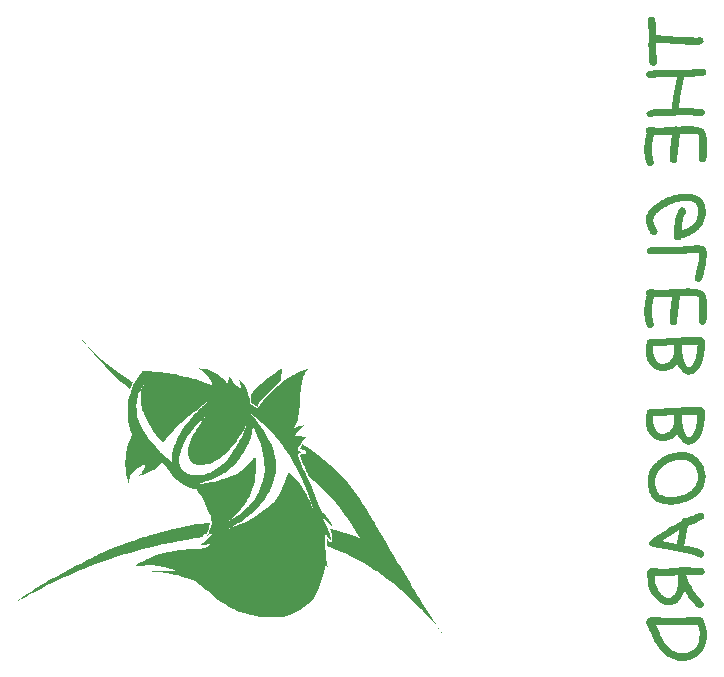
<source format=gbr>
%TF.GenerationSoftware,Altium Limited,Altium Designer,23.3.1 (30)*%
G04 Layer_Color=32896*
%FSLAX45Y45*%
%MOMM*%
%TF.SameCoordinates,805B0A7C-C0AB-40D2-B4E8-8F8973F9869A*%
%TF.FilePolarity,Positive*%
%TF.FileFunction,Legend,Bot*%
%TF.Part,Single*%
G01*
G75*
G36*
X5594307Y6968987D02*
X5601096Y6966518D01*
X5606651Y6962197D01*
X5610972Y6957877D01*
X5613441Y6953556D01*
X5615910Y6949236D01*
X5616527Y6946767D01*
X5617144Y6945532D01*
X5618996Y6938126D01*
X5620230Y6929484D01*
X5622699Y6912202D01*
X5624551Y6894303D01*
X5625785Y6877021D01*
X5626402Y6868997D01*
Y6855418D01*
X5627019Y6849246D01*
Y6838136D01*
X5626402Y6809744D01*
X5633809D01*
X5643067Y6809127D01*
X5652325Y6808509D01*
X5662201D01*
X5683187Y6806658D01*
X5703555Y6805423D01*
X5713430Y6804806D01*
X5722689Y6804189D01*
X5730712Y6803572D01*
X5738119Y6802954D01*
X5743674Y6802337D01*
X5748612Y6801720D01*
X5751081D01*
X5752315D01*
X5767128Y6800486D01*
X5780707Y6799251D01*
X5793669Y6798634D01*
X5806013Y6798017D01*
X5817123Y6797399D01*
X5826999Y6796782D01*
X5836874Y6796165D01*
X5844898Y6795548D01*
X5852305D01*
X5859094D01*
X5864649Y6794931D01*
X5869587D01*
X5872673D01*
X5875759D01*
X5876994D01*
X5877611D01*
X5883783D01*
X5891190Y6794313D01*
X5899213D01*
X5906620Y6793696D01*
X5913410D01*
X5918965Y6793079D01*
X5922668D01*
X5923285D01*
X5923902D01*
X5934395Y6792462D01*
X5943653Y6791844D01*
X5951677Y6791227D01*
X5957849Y6790610D01*
X5962787D01*
X5966490D01*
X5968959D01*
X5969577D01*
X5973280D01*
X5978218Y6791227D01*
X5981921Y6791844D01*
X5982538Y6792462D01*
X5983155D01*
X5989328Y6793079D01*
X5993648Y6793696D01*
X5996117D01*
X5997351D01*
X6002289Y6793079D01*
X6006610Y6791844D01*
X6010313Y6790610D01*
X6013399Y6788758D01*
X6015868Y6786907D01*
X6017720Y6785055D01*
X6018954Y6784438D01*
X6019571Y6783821D01*
X6022657Y6780117D01*
X6024509Y6776414D01*
X6026978Y6769007D01*
X6027595Y6765921D01*
X6028212Y6763452D01*
Y6761601D01*
X6027595Y6755428D01*
X6025126Y6749873D01*
X6022040Y6745553D01*
X6017720Y6741850D01*
X6014016Y6738764D01*
X6010930Y6736912D01*
X6008461Y6735677D01*
X6007844Y6735060D01*
X6001672Y6732591D01*
X5995500Y6730740D01*
X5989328Y6729505D01*
X5983773Y6728271D01*
X5978835D01*
X5975132Y6727654D01*
X5972045D01*
X5971428D01*
X5966490D01*
X5961553Y6728271D01*
X5950443Y6728888D01*
X5945505Y6729505D01*
X5941802D01*
X5939333Y6730122D01*
X5938098D01*
X5930074Y6730740D01*
X5923285Y6731357D01*
X5917730D01*
X5913410Y6731974D01*
X5909706D01*
X5907237D01*
X5906003D01*
X5905386D01*
X5895510D01*
X5885017D01*
X5862180Y6733209D01*
X5839343Y6733826D01*
X5816506Y6735060D01*
X5806013Y6735677D01*
X5796138Y6736295D01*
X5787497Y6736912D01*
X5780090Y6737529D01*
X5773918Y6738146D01*
X5768980D01*
X5766511Y6738764D01*
X5765277D01*
X5747995Y6739998D01*
X5731330Y6741232D01*
X5716516Y6742467D01*
X5702320Y6743084D01*
X5689976Y6743701D01*
X5678249Y6744318D01*
X5667756Y6744936D01*
X5659115Y6745553D01*
X5651091Y6746170D01*
X5643684D01*
X5638129D01*
X5633192Y6746787D01*
X5629488D01*
X5627019D01*
X5625785D01*
X5625168D01*
Y6715309D01*
X5625785Y6704199D01*
X5626402Y6691855D01*
X5627019Y6680745D01*
X5627637Y6670252D01*
X5628254Y6665932D01*
Y6658525D01*
X5628871Y6656056D01*
Y6654204D01*
X5630106Y6637539D01*
X5630723Y6623343D01*
X5631957Y6610999D01*
Y6601123D01*
X5632574Y6593100D01*
Y6583224D01*
X5631957Y6578286D01*
X5631340Y6573966D01*
X5627637Y6567176D01*
X5626402Y6564707D01*
X5624551Y6562856D01*
X5623933Y6561621D01*
X5623316Y6561004D01*
X5619613Y6557918D01*
X5615910Y6555449D01*
X5612206Y6554215D01*
X5608503Y6552980D01*
X5605417Y6552363D01*
X5602948Y6551746D01*
X5601096D01*
X5600479D01*
X5595541Y6552363D01*
X5591221Y6552980D01*
X5587517Y6554832D01*
X5584431Y6556066D01*
X5581962Y6557918D01*
X5579494Y6559770D01*
X5578876Y6560387D01*
X5578259Y6561004D01*
X5575173Y6564707D01*
X5572704Y6568411D01*
X5571470Y6572114D01*
X5570235Y6575817D01*
X5569618Y6578904D01*
X5569001Y6580755D01*
Y6593100D01*
X5568384Y6604827D01*
X5567766Y6616554D01*
X5567149Y6628281D01*
X5566532Y6638774D01*
X5565915Y6643094D01*
Y6650501D01*
X5565297Y6652970D01*
Y6654822D01*
X5564063Y6671487D01*
X5562829Y6685683D01*
X5562211Y6697410D01*
Y6707285D01*
X5561594Y6715309D01*
Y6741850D01*
X5562211Y6751725D01*
Y6769007D01*
X5562829Y6775797D01*
Y6794931D01*
X5563446Y6806658D01*
Y6846160D01*
X5562829Y6854801D01*
X5562211Y6862825D01*
X5561594Y6870849D01*
X5560977Y6878255D01*
X5560360Y6883810D01*
X5559743Y6887514D01*
Y6888748D01*
X5559125Y6895537D01*
X5557891Y6902327D01*
X5556656Y6912820D01*
X5556039Y6921461D01*
X5554805Y6928250D01*
Y6933188D01*
X5554188Y6936274D01*
Y6943681D01*
X5555422Y6948618D01*
X5556656Y6952322D01*
X5558508Y6956025D01*
X5560360Y6958494D01*
X5562211Y6960345D01*
X5563446Y6961580D01*
X5564063Y6962197D01*
X5567766Y6964666D01*
X5571470Y6966518D01*
X5578876Y6968987D01*
X5581962Y6969604D01*
X5584431Y6970221D01*
X5585666D01*
X5586283D01*
X5594307Y6968987D01*
D02*
G37*
G36*
X6025744Y6525205D02*
X6030064Y6524588D01*
X6036236Y6521502D01*
X6038705Y6520268D01*
X6040557Y6519033D01*
X6041791Y6518416D01*
X6042409Y6517799D01*
X6045495Y6514095D01*
X6047964Y6511009D01*
X6049198Y6507306D01*
X6050432Y6503603D01*
X6051050Y6500517D01*
X6051667Y6498048D01*
Y6496196D01*
X6051050Y6491258D01*
X6050432Y6487555D01*
X6046729Y6480766D01*
X6045495Y6478297D01*
X6043643Y6475828D01*
X6043026Y6475211D01*
X6042409Y6474593D01*
X6038705Y6471507D01*
X6035619Y6469656D01*
X6028830Y6467187D01*
X6025744Y6466569D01*
X6023275Y6465952D01*
X6022040D01*
X6021423D01*
X6009696D01*
X5996734Y6465335D01*
X5983773Y6464101D01*
X5970811Y6462866D01*
X5959701Y6462249D01*
X5954763Y6461632D01*
X5950443Y6461015D01*
X5946739D01*
X5944271Y6460397D01*
X5942419D01*
X5941802D01*
X5923285Y6458546D01*
X5907237Y6457311D01*
X5893659Y6456077D01*
X5882549Y6455460D01*
X5877611D01*
X5873907Y6454842D01*
X5870204D01*
X5867118D01*
X5865266D01*
X5863415D01*
X5862180D01*
X5836257Y6324609D01*
X5833788Y6310413D01*
X5831319Y6296217D01*
X5829468Y6283255D01*
X5827616Y6270911D01*
X5825764Y6259184D01*
X5824530Y6248691D01*
X5823295Y6238815D01*
X5822678Y6229557D01*
X5822061Y6221533D01*
X5821444Y6214127D01*
X5820827Y6207954D01*
Y6202399D01*
X5820209Y6198696D01*
Y6193141D01*
X5837492Y6194375D01*
X5844898D01*
X5852305Y6194993D01*
X5857860D01*
X5862798D01*
X5865266D01*
X5866501D01*
X5876376D01*
X5887486Y6194375D01*
X5899213Y6193758D01*
X5910941Y6193141D01*
X5921433Y6192524D01*
X5925754Y6191907D01*
X5929457D01*
X5933161D01*
X5935629Y6191289D01*
X5936864D01*
X5937481D01*
X5954146Y6190055D01*
X5968959Y6188820D01*
X5981304Y6188203D01*
X5991179D01*
X5999203Y6187586D01*
X6004758D01*
X6007844D01*
X6009079D01*
X6013399Y6186969D01*
X6017720Y6186352D01*
X6023892Y6183266D01*
X6026361Y6181414D01*
X6028212Y6180179D01*
X6029447Y6179562D01*
X6030064Y6178945D01*
X6033150Y6175242D01*
X6035002Y6172156D01*
X6037471Y6165366D01*
X6038088Y6162280D01*
X6038705Y6159811D01*
Y6157959D01*
X6038088Y6153022D01*
X6037471Y6149318D01*
X6034385Y6142529D01*
X6032533Y6140060D01*
X6031299Y6137591D01*
X6030681Y6136974D01*
X6030064Y6136357D01*
X6026361Y6133271D01*
X6023275Y6131419D01*
X6016485Y6128950D01*
X6013399Y6128333D01*
X6010930Y6127716D01*
X6009696D01*
X6009079D01*
X5999203D01*
X5988093Y6128333D01*
X5975749Y6128950D01*
X5964639Y6129567D01*
X5954146Y6130185D01*
X5949826Y6130802D01*
X5945505D01*
X5942419D01*
X5939950Y6131419D01*
X5938716D01*
X5938098D01*
X5921433Y6132653D01*
X5906620Y6133271D01*
X5894276Y6134505D01*
X5884400D01*
X5876376Y6135122D01*
X5870821D01*
X5867735D01*
X5866501D01*
X5860329D01*
X5853539D01*
X5838726Y6134505D01*
X5823913Y6133271D01*
X5808482Y6132036D01*
X5801693D01*
X5794903Y6131419D01*
X5789348Y6130802D01*
X5783793Y6130185D01*
X5780090D01*
X5776387Y6129567D01*
X5774535D01*
X5773918D01*
X5762808Y6128333D01*
X5752315Y6127716D01*
X5742440Y6126481D01*
X5733181Y6125864D01*
X5725157Y6125247D01*
X5717751Y6124630D01*
X5710344D01*
X5704172Y6124012D01*
X5699234D01*
X5694296Y6123395D01*
X5690593D01*
X5686890D01*
X5684421D01*
X5682569D01*
X5681952D01*
X5681335D01*
X5677632D01*
X5673311D01*
X5664053D01*
X5659732Y6124012D01*
X5656646D01*
X5654177D01*
X5653560D01*
X5646771D01*
X5641216Y6124630D01*
X5636895D01*
X5632574D01*
X5629488D01*
X5627637D01*
X5626402D01*
X5625785D01*
X5617144D01*
X5609120Y6124012D01*
X5602331Y6123395D01*
X5597393Y6122161D01*
X5593072Y6121544D01*
X5589986Y6120926D01*
X5588135Y6120309D01*
X5587517D01*
X5581962Y6118457D01*
X5578259Y6117840D01*
X5575173Y6117223D01*
X5574556D01*
X5569618Y6117840D01*
X5565915Y6118457D01*
X5559125Y6122161D01*
X5556656Y6124012D01*
X5554188Y6125247D01*
X5553570Y6126481D01*
X5552953Y6127098D01*
X5549867Y6130802D01*
X5548015Y6134505D01*
X5545546Y6141295D01*
X5544929Y6143763D01*
X5544312Y6146232D01*
Y6148084D01*
X5544929Y6151170D01*
X5545546Y6154873D01*
X5549250Y6160428D01*
X5554805Y6165366D01*
X5560977Y6169687D01*
X5567149Y6172773D01*
X5572704Y6175242D01*
X5576407Y6176476D01*
X5577025Y6177093D01*
X5577642D01*
X5586900Y6179562D01*
X5595541Y6181414D01*
X5603565Y6182648D01*
X5610972Y6183266D01*
X5617144Y6183883D01*
X5621464Y6184500D01*
X5624551D01*
X5625785D01*
X5641833D01*
X5657263D01*
X5671459Y6185117D01*
X5684421D01*
X5696765Y6185734D01*
X5707258D01*
X5717134Y6186352D01*
X5726392D01*
X5734416Y6186969D01*
X5741205Y6187586D01*
X5746760D01*
X5751081Y6188203D01*
X5754784D01*
X5757870Y6188820D01*
X5759105D01*
X5759722D01*
X5760339Y6210423D01*
X5762191Y6232643D01*
X5765277Y6255480D01*
X5766511Y6265973D01*
X5767746Y6276466D01*
X5769597Y6286341D01*
X5770832Y6294982D01*
X5772066Y6303006D01*
X5773301Y6309796D01*
X5774535Y6315351D01*
X5775152Y6319671D01*
X5775769Y6322140D01*
Y6323374D01*
X5800458Y6456077D01*
X5722071Y6457928D01*
X5711579D01*
X5699851Y6457311D01*
X5687507Y6456694D01*
X5675163Y6456077D01*
X5664053D01*
X5659732Y6455460D01*
X5655412D01*
X5652325Y6454842D01*
X5649239D01*
X5648005D01*
X5647388D01*
X5630106Y6453608D01*
X5614675Y6452373D01*
X5601713Y6451756D01*
X5591221D01*
X5583197Y6451139D01*
X5577025D01*
X5573939D01*
X5572704D01*
X5567766Y6451756D01*
X5564063Y6452373D01*
X5557274Y6455460D01*
X5554805Y6457311D01*
X5552336Y6458546D01*
X5551719Y6459163D01*
X5551101Y6459780D01*
X5548015Y6462866D01*
X5545546Y6466569D01*
X5544312Y6470273D01*
X5543078Y6473976D01*
X5542460Y6477062D01*
X5541843Y6478914D01*
Y6481383D01*
X5542460Y6486321D01*
X5543078Y6490024D01*
X5546164Y6496813D01*
X5548015Y6499282D01*
X5549867Y6501134D01*
X5550484Y6502368D01*
X5551101Y6502985D01*
X5554188Y6505454D01*
X5557891Y6507306D01*
X5565297Y6509775D01*
X5568384Y6510392D01*
X5570235Y6511009D01*
X5572087D01*
X5572704D01*
X5583197D01*
X5594924Y6511627D01*
X5607268Y6512244D01*
X5618996D01*
X5630106Y6512861D01*
X5634426Y6513478D01*
X5638747D01*
X5641833Y6514095D01*
X5644302D01*
X5646153D01*
X5646771D01*
X5664053Y6515330D01*
X5678866Y6515947D01*
X5691828Y6516564D01*
X5702320D01*
X5710344Y6517182D01*
X5715899D01*
X5719602D01*
X5720837D01*
X5728244D01*
X5736267D01*
X5744908Y6516564D01*
X5752932D01*
X5760956D01*
X5767128Y6515947D01*
X5769597D01*
X5771449D01*
X5772066D01*
X5772683D01*
X5785028Y6515330D01*
X5795521D01*
X5804162Y6514713D01*
X5811568D01*
X5817123D01*
X5821444D01*
X5823913D01*
X5824530D01*
X5830702D01*
X5838109D01*
X5853539Y6515330D01*
X5870204Y6516564D01*
X5886252Y6517182D01*
X5893659Y6517799D01*
X5900448Y6518416D01*
X5907237Y6519033D01*
X5912175Y6519650D01*
X5917113D01*
X5920199Y6520268D01*
X5922668D01*
X5923285D01*
X5935012Y6521502D01*
X5946122Y6522119D01*
X5956615Y6522737D01*
X5966490Y6523354D01*
X5975132Y6523971D01*
X5983155Y6524588D01*
X5990562D01*
X5996734Y6525205D01*
X6002906D01*
X6007844D01*
X6011548Y6525823D01*
X6015251D01*
X6017720D01*
X6019571D01*
X6020806D01*
X6021423D01*
X6025744Y6525205D01*
D02*
G37*
G36*
X5921433Y6039453D02*
X5937481Y6038836D01*
X5952294Y6037602D01*
X5965256Y6035133D01*
X5977600Y6033281D01*
X5987476Y6030812D01*
X5996734Y6027726D01*
X6004758Y6025257D01*
X6011548Y6022171D01*
X6017103Y6019702D01*
X6021423Y6017233D01*
X6025126Y6014764D01*
X6027595Y6012913D01*
X6029447Y6011678D01*
X6030064Y6011061D01*
X6030681Y6010444D01*
X6035002Y6004272D01*
X6039322Y5997482D01*
X6042409Y5988841D01*
X6045495Y5979583D01*
X6047964Y5969707D01*
X6050432Y5959215D01*
X6053518Y5938229D01*
X6054136Y5928354D01*
X6055370Y5918478D01*
X6055987Y5909837D01*
Y5901813D01*
X6056605Y5895641D01*
Y5853053D01*
X6055987Y5838857D01*
X6055370Y5825895D01*
Y5814168D01*
X6054753Y5803675D01*
X6054136Y5794417D01*
X6053518Y5787010D01*
X6052901Y5780221D01*
X6052284Y5774049D01*
X6051667Y5769728D01*
Y5766025D01*
X6051050Y5762939D01*
X6050432Y5761087D01*
Y5759853D01*
X6049198Y5754915D01*
X6047346Y5751212D01*
X6043026Y5744422D01*
X6038088Y5739484D01*
X6032533Y5736398D01*
X6027595Y5734547D01*
X6023275Y5733929D01*
X6020189Y5733312D01*
X6018954D01*
X6013399Y5733929D01*
X6007844Y5734547D01*
X6003524Y5736398D01*
X5999820Y5738250D01*
X5994265Y5743805D01*
X5990562Y5749977D01*
X5988093Y5756149D01*
X5986859Y5761704D01*
X5986242Y5765408D01*
Y5769111D01*
X5986859Y5771580D01*
X5987476Y5777752D01*
X5988093Y5780221D01*
Y5782690D01*
X5988710Y5783924D01*
Y5784541D01*
X5989945Y5792565D01*
X5990562Y5798120D01*
Y5820340D01*
X5991179Y5830216D01*
Y5848115D01*
X5991797Y5855522D01*
Y5861694D01*
X5992414Y5875273D01*
Y5896875D01*
X5993031Y5904899D01*
Y5926502D01*
X5992414Y5933291D01*
Y5938846D01*
X5991797Y5944401D01*
X5991179Y5948722D01*
X5990562Y5952425D01*
X5988710Y5959215D01*
X5986859Y5963535D01*
X5985624Y5966004D01*
X5985007Y5967239D01*
X5984390Y5967856D01*
X5981304Y5969707D01*
X5977600Y5970942D01*
X5972663Y5972176D01*
X5966490Y5973411D01*
X5953529Y5975262D01*
X5939333Y5976497D01*
X5925754Y5977114D01*
X5920199D01*
X5914644Y5977731D01*
X5909706D01*
X5906620D01*
X5904151D01*
X5903534D01*
X5890572D01*
X5884400D01*
X5878228Y5977114D01*
X5873907D01*
X5869587D01*
X5867118D01*
X5866501D01*
X5851688Y5976497D01*
X5844281Y5975880D01*
X5838109D01*
X5832554Y5975262D01*
X5828233Y5974645D01*
X5825764D01*
X5824530D01*
X5811568Y5831450D01*
X5804779Y5757384D01*
X5804162Y5752446D01*
X5802310Y5747508D01*
X5798607Y5740719D01*
X5793669Y5735164D01*
X5788114Y5732078D01*
X5782559Y5729609D01*
X5777621Y5728992D01*
X5774535Y5728374D01*
X5773301D01*
X5768363Y5728992D01*
X5763425Y5729609D01*
X5759722Y5731460D01*
X5756636Y5733312D01*
X5754167Y5735164D01*
X5752315Y5736398D01*
X5751081Y5737633D01*
X5750463Y5738250D01*
X5747377Y5741953D01*
X5744908Y5745657D01*
X5743674Y5749360D01*
X5742440Y5753063D01*
X5741822Y5756149D01*
X5741205Y5758618D01*
Y5767876D01*
X5741822Y5772814D01*
X5742440Y5778369D01*
X5743057Y5790714D01*
X5744291Y5803058D01*
X5745526Y5815402D01*
X5746143Y5820957D01*
Y5825278D01*
X5746760Y5829598D01*
X5747377Y5832685D01*
Y5835153D01*
X5760339Y5970942D01*
X5746760Y5969707D01*
X5733181Y5969090D01*
X5720837Y5968473D01*
X5709727Y5967856D01*
X5699234Y5967239D01*
X5689359Y5966621D01*
X5680100D01*
X5672077Y5966004D01*
X5665287D01*
X5659115Y5965387D01*
X5653560D01*
X5649239D01*
X5645536D01*
X5643067D01*
X5641833D01*
X5641216D01*
X5636278D01*
X5630723Y5966004D01*
X5620230Y5966621D01*
X5615292Y5967239D01*
X5611589Y5967856D01*
X5609120Y5968473D01*
X5608503D01*
X5605417Y5955511D01*
X5602331Y5943784D01*
X5599862Y5932674D01*
X5598010Y5922799D01*
X5596776Y5914775D01*
X5595541Y5908603D01*
Y5906751D01*
X5594924Y5904899D01*
Y5903665D01*
X5593072Y5892555D01*
X5591838Y5882062D01*
X5591221Y5872804D01*
X5590603Y5864780D01*
X5589986Y5857991D01*
Y5848115D01*
X5590603Y5829598D01*
X5592455Y5811699D01*
X5594924Y5794417D01*
X5597393Y5778986D01*
X5598627Y5772197D01*
X5599862Y5766025D01*
X5601096Y5760470D01*
X5602331Y5755532D01*
X5603565Y5751829D01*
X5604182Y5749360D01*
X5604800Y5747508D01*
Y5746891D01*
X5605417Y5743188D01*
X5606034Y5740102D01*
Y5737015D01*
X5605417Y5732078D01*
X5604182Y5727757D01*
X5602948Y5724054D01*
X5600479Y5720968D01*
X5598627Y5718499D01*
X5597393Y5716030D01*
X5596158Y5715413D01*
X5595541Y5714796D01*
X5591838Y5711709D01*
X5588135Y5709858D01*
X5581345Y5707389D01*
X5578259Y5706772D01*
X5575790Y5706154D01*
X5574556D01*
X5573939D01*
X5566532Y5706772D01*
X5560360Y5709241D01*
X5554805Y5712944D01*
X5551101Y5716647D01*
X5548015Y5720351D01*
X5546164Y5724054D01*
X5544929Y5726523D01*
X5544312Y5727140D01*
X5541226Y5735781D01*
X5538140Y5745039D01*
X5533819Y5764790D01*
X5530116Y5785159D01*
X5528264Y5804292D01*
X5527030Y5813551D01*
Y5821575D01*
X5526413Y5828981D01*
X5525795Y5835771D01*
Y5848115D01*
X5526413Y5870335D01*
X5527647Y5880828D01*
X5528264Y5890086D01*
X5529499Y5898110D01*
X5530733Y5904899D01*
Y5907368D01*
X5531350Y5909220D01*
Y5910454D01*
X5535671Y5935143D01*
X5538140Y5946870D01*
X5540609Y5957980D01*
X5542460Y5967239D01*
X5543695Y5970942D01*
X5544312Y5974645D01*
X5544929Y5977114D01*
X5545546Y5978966D01*
X5546164Y5980200D01*
Y5980817D01*
X5543078Y5984521D01*
X5540609Y5988224D01*
X5539374Y5991927D01*
X5538140Y5995631D01*
X5537523Y5998717D01*
X5536905Y6000568D01*
Y6003037D01*
X5537523Y6008592D01*
X5538757Y6012913D01*
X5540609Y6017233D01*
X5542460Y6020937D01*
X5548633Y6026492D01*
X5555422Y6030195D01*
X5562829Y6032047D01*
X5568384Y6033281D01*
X5570852Y6033898D01*
X5572704D01*
X5573939D01*
X5574556D01*
X5578876D01*
X5584431Y6033281D01*
X5595541Y6032047D01*
X5600479D01*
X5604182Y6031429D01*
X5606651Y6030812D01*
X5607886D01*
X5615910Y6029578D01*
X5622699Y6028961D01*
X5628254Y6028343D01*
X5633192D01*
X5636895Y6027726D01*
X5639364D01*
X5641216D01*
X5641833D01*
X5650474D01*
X5659732D01*
X5670225Y6028343D01*
X5680718Y6028961D01*
X5702938Y6029578D01*
X5724540Y6030812D01*
X5734416Y6031429D01*
X5743674Y6032047D01*
X5752315Y6032664D01*
X5759722D01*
X5765894Y6033281D01*
X5770832Y6033898D01*
X5773301D01*
X5774535D01*
X5781324Y6037602D01*
X5787497Y6039453D01*
X5789966D01*
X5791817Y6040070D01*
X5793052D01*
X5793669D01*
X5799224Y6039453D01*
X5804162Y6038219D01*
X5807865Y6036984D01*
X5808482Y6036367D01*
X5809099D01*
X5818975Y6036984D01*
X5828233Y6037602D01*
X5837492Y6038219D01*
X5844898Y6038836D01*
X5851070D01*
X5856008Y6039453D01*
X5859094D01*
X5860329D01*
X5868970D01*
X5876994Y6040070D01*
X5884400D01*
X5890572D01*
X5896127D01*
X5899831D01*
X5902917D01*
X5903534D01*
X5921433Y6039453D01*
D02*
G37*
G36*
X5891807Y5469759D02*
X5906620Y5468525D01*
X5920199Y5466673D01*
X5932543Y5464204D01*
X5944271Y5461735D01*
X5954763Y5458032D01*
X5964022Y5454946D01*
X5972663Y5451243D01*
X5980069Y5447539D01*
X5986859Y5444453D01*
X5992414Y5440750D01*
X5996734Y5438281D01*
X6000438Y5435812D01*
X6002906Y5433960D01*
X6004141Y5432726D01*
X6004758Y5432109D01*
X6012165Y5424702D01*
X6018954Y5416061D01*
X6024509Y5407420D01*
X6029447Y5398162D01*
X6033767Y5388286D01*
X6036854Y5379028D01*
X6039940Y5369770D01*
X6041791Y5360511D01*
X6043643Y5351870D01*
X6044877Y5343229D01*
X6046112Y5336440D01*
X6046729Y5329650D01*
X6047346Y5324712D01*
Y5317306D01*
X6046729Y5301875D01*
X6044877Y5287062D01*
X6041791Y5272866D01*
X6038705Y5259287D01*
X6034385Y5246326D01*
X6029447Y5234598D01*
X6024509Y5222871D01*
X6018954Y5212996D01*
X6013399Y5203737D01*
X6008461Y5195714D01*
X6003524Y5188307D01*
X5999203Y5182752D01*
X5995500Y5177814D01*
X5993031Y5174728D01*
X5991179Y5172259D01*
X5990562Y5171642D01*
X5979452Y5160532D01*
X5967725Y5150656D01*
X5955381Y5141398D01*
X5943036Y5132757D01*
X5930074Y5125350D01*
X5917113Y5118561D01*
X5904768Y5113006D01*
X5893041Y5107451D01*
X5881931Y5103131D01*
X5871439Y5099427D01*
X5862180Y5096341D01*
X5854156Y5094489D01*
X5847367Y5092638D01*
X5842429Y5091403D01*
X5839343Y5090169D01*
X5838109D01*
X5834405Y5084614D01*
X5830085Y5080293D01*
X5825147Y5077207D01*
X5820209Y5074738D01*
X5815889Y5073504D01*
X5812185Y5072887D01*
X5809717D01*
X5809099D01*
X5804162Y5073504D01*
X5799841Y5074121D01*
X5796138Y5075973D01*
X5792434Y5077207D01*
X5789966Y5079059D01*
X5788114Y5080911D01*
X5786879Y5081528D01*
X5786262Y5082145D01*
X5783176Y5085848D01*
X5780707Y5089552D01*
X5779473Y5093255D01*
X5778238Y5096958D01*
X5777621Y5100044D01*
X5777004Y5101896D01*
Y5104365D01*
X5777621Y5133992D01*
X5778856Y5161766D01*
X5780707Y5187072D01*
X5783176Y5210527D01*
X5786262Y5231512D01*
X5789966Y5250646D01*
X5793669Y5267928D01*
X5797372Y5282742D01*
X5801076Y5295703D01*
X5804779Y5306813D01*
X5808482Y5316689D01*
X5811568Y5324095D01*
X5814037Y5329650D01*
X5815889Y5333971D01*
X5817123Y5336440D01*
X5817740Y5337057D01*
X5822061Y5342612D01*
X5826382Y5346315D01*
X5831319Y5349401D01*
X5835640Y5351253D01*
X5839343Y5352487D01*
X5842429Y5353105D01*
X5844898D01*
X5845515D01*
X5850453Y5352487D01*
X5854156Y5351870D01*
X5861563Y5348784D01*
X5864032Y5347550D01*
X5865884Y5346315D01*
X5867118Y5345698D01*
X5867735Y5345081D01*
X5871439Y5341377D01*
X5873907Y5337674D01*
X5875759Y5333971D01*
X5876994Y5330267D01*
X5877611Y5327181D01*
X5878228Y5324712D01*
Y5322244D01*
X5877611Y5317306D01*
X5876376Y5312368D01*
X5875759Y5309282D01*
X5875142Y5308665D01*
Y5308048D01*
X5865266Y5283976D01*
X5857860Y5258670D01*
X5851688Y5233981D01*
X5849219Y5222254D01*
X5847367Y5210527D01*
X5846133Y5200034D01*
X5844898Y5190776D01*
X5843664Y5181517D01*
X5843046Y5174111D01*
X5842429Y5168556D01*
X5841812Y5163618D01*
Y5159915D01*
X5854774Y5163618D01*
X5866501Y5167321D01*
X5877611Y5171642D01*
X5888104Y5176580D01*
X5897362Y5181517D01*
X5906003Y5186455D01*
X5914027Y5191393D01*
X5921433Y5196331D01*
X5927606Y5201268D01*
X5933161Y5205589D01*
X5938098Y5209910D01*
X5941802Y5213613D01*
X5944888Y5216082D01*
X5946739Y5218551D01*
X5947974Y5219785D01*
X5948591Y5220402D01*
X5954763Y5228426D01*
X5960318Y5236450D01*
X5964639Y5244474D01*
X5968959Y5253115D01*
X5972045Y5261139D01*
X5975132Y5269163D01*
X5979452Y5284593D01*
X5980687Y5291383D01*
X5981921Y5297555D01*
X5982538Y5303110D01*
X5983155Y5308048D01*
X5983773Y5311751D01*
Y5326564D01*
X5982538Y5335205D01*
X5981304Y5343229D01*
X5980069Y5350636D01*
X5977600Y5357425D01*
X5975749Y5362980D01*
X5973280Y5368535D01*
X5970811Y5372856D01*
X5966490Y5380262D01*
X5962170Y5385817D01*
X5959701Y5388286D01*
X5958467Y5389521D01*
X5953529Y5392607D01*
X5947974Y5395693D01*
X5935629Y5400013D01*
X5922051Y5403099D01*
X5908472Y5404951D01*
X5896127Y5406186D01*
X5890572Y5406803D01*
X5885635Y5407420D01*
X5881931D01*
X5878845D01*
X5876994D01*
X5876376D01*
X5856008Y5406803D01*
X5835640Y5404334D01*
X5815889Y5400631D01*
X5797372Y5396310D01*
X5779473Y5390755D01*
X5762191Y5384583D01*
X5746143Y5378411D01*
X5731330Y5371621D01*
X5717751Y5364832D01*
X5706024Y5358660D01*
X5694914Y5352487D01*
X5686273Y5346932D01*
X5678866Y5342612D01*
X5673928Y5338909D01*
X5670842Y5336440D01*
X5669608Y5335822D01*
X5658498Y5327181D01*
X5649239Y5319775D01*
X5641833Y5313603D01*
X5635661Y5308048D01*
X5631340Y5304344D01*
X5628254Y5301258D01*
X5626402Y5299406D01*
X5625785Y5298789D01*
X5617761Y5289531D01*
X5611589Y5280273D01*
X5607268Y5272249D01*
X5604182Y5264842D01*
X5602331Y5258670D01*
X5601713Y5254349D01*
X5601096Y5251263D01*
Y5250029D01*
X5601713Y5243857D01*
X5602331Y5237067D01*
X5605417Y5223488D01*
X5610355Y5210527D01*
X5615910Y5197565D01*
X5621464Y5186455D01*
X5623933Y5181517D01*
X5625785Y5177814D01*
X5628254Y5174111D01*
X5629488Y5171642D01*
X5630106Y5170407D01*
X5630723Y5169790D01*
X5633192Y5165470D01*
X5635043Y5161766D01*
X5636895Y5155594D01*
X5638129Y5151891D01*
Y5150656D01*
X5637512Y5145719D01*
X5636278Y5141398D01*
X5633192Y5134609D01*
X5631340Y5132140D01*
X5629488Y5130288D01*
X5628871Y5129054D01*
X5628254Y5128437D01*
X5624551Y5125350D01*
X5620230Y5122882D01*
X5616527Y5121030D01*
X5612823Y5119795D01*
X5609737Y5119178D01*
X5607268Y5118561D01*
X5606034D01*
X5605417D01*
X5600479Y5119178D01*
X5595541Y5121030D01*
X5590603Y5123499D01*
X5586283Y5127202D01*
X5581962Y5131523D01*
X5577642Y5136460D01*
X5570235Y5146953D01*
X5564680Y5157446D01*
X5562211Y5162384D01*
X5559743Y5166704D01*
X5558508Y5169790D01*
X5557274Y5172876D01*
X5556039Y5174728D01*
Y5175345D01*
X5549867Y5192010D01*
X5544929Y5206823D01*
X5541843Y5219168D01*
X5539374Y5230278D01*
X5538140Y5238302D01*
X5536905Y5245091D01*
Y5250029D01*
X5537523Y5258053D01*
X5538140Y5266694D01*
X5539991Y5274100D01*
X5542460Y5282124D01*
X5548015Y5296320D01*
X5554188Y5308665D01*
X5557891Y5314837D01*
X5560977Y5319775D01*
X5564063Y5324095D01*
X5566532Y5327799D01*
X5569001Y5330267D01*
X5570852Y5332736D01*
X5571470Y5333971D01*
X5572087Y5334588D01*
X5582580Y5345698D01*
X5593072Y5356191D01*
X5615910Y5375325D01*
X5627637Y5383966D01*
X5639364Y5391989D01*
X5650474Y5399396D01*
X5661584Y5406186D01*
X5671459Y5412358D01*
X5680718Y5417295D01*
X5689359Y5422233D01*
X5696765Y5425937D01*
X5702938Y5429023D01*
X5707258Y5430874D01*
X5709727Y5432109D01*
X5710961Y5432726D01*
X5727009Y5439515D01*
X5742440Y5445070D01*
X5757870Y5450008D01*
X5772683Y5454329D01*
X5786879Y5458032D01*
X5800458Y5461118D01*
X5813420Y5463587D01*
X5825764Y5465439D01*
X5836874Y5467290D01*
X5846750Y5468525D01*
X5855391Y5469142D01*
X5862180Y5469759D01*
X5868353Y5470376D01*
X5872673D01*
X5875142D01*
X5876376D01*
X5891807Y5469759D01*
D02*
G37*
G36*
X6009079Y5029681D02*
X6019571Y5027212D01*
X6027595Y5024126D01*
X6033767Y5021040D01*
X6038705Y5017337D01*
X6042409Y5014868D01*
X6044260Y5012399D01*
X6044877Y5011782D01*
X6047964Y5006227D01*
X6050432Y4998820D01*
X6052284Y4991414D01*
X6053518Y4984007D01*
X6054136Y4977218D01*
X6054753Y4971663D01*
Y4966725D01*
X6054136Y4949443D01*
X6052901Y4930309D01*
X6051050Y4911792D01*
X6048581Y4893893D01*
X6047346Y4885252D01*
X6046112Y4877845D01*
X6045495Y4871056D01*
X6044260Y4865501D01*
X6043643Y4860563D01*
X6043026Y4856860D01*
X6042409Y4854391D01*
Y4853774D01*
X6039940Y4840195D01*
X6037471Y4827233D01*
X6035002Y4815506D01*
X6032533Y4805013D01*
X6030064Y4794521D01*
X6027595Y4785879D01*
X6025126Y4777238D01*
X6023275Y4770449D01*
X6020806Y4763660D01*
X6018954Y4758105D01*
X6017720Y4753784D01*
X6015868Y4750081D01*
X6015251Y4746995D01*
X6014016Y4745143D01*
X6013399Y4743908D01*
Y4743291D01*
X6009696Y4736502D01*
X6004758Y4731564D01*
X6000438Y4727861D01*
X5995500Y4725392D01*
X5991179Y4724157D01*
X5987476Y4722923D01*
X5985007D01*
X5984390D01*
X5980069Y4723540D01*
X5975749Y4724157D01*
X5968959Y4726626D01*
X5966490Y4728478D01*
X5964639Y4729712D01*
X5963404Y4730330D01*
X5962787Y4730947D01*
X5959084Y4734650D01*
X5956615Y4738353D01*
X5954146Y4742057D01*
X5952912Y4745760D01*
X5952294Y4748846D01*
X5951677Y4750698D01*
Y4756870D01*
X5952294Y4759956D01*
X5952912Y4762425D01*
X5953529Y4763660D01*
X5960318Y4786497D01*
X5966490Y4808099D01*
X5971428Y4828468D01*
X5975749Y4848219D01*
X5979452Y4866118D01*
X5982538Y4882783D01*
X5985007Y4898213D01*
X5986859Y4912410D01*
X5988710Y4925371D01*
X5989328Y4936481D01*
X5990562Y4945739D01*
Y4953763D01*
X5991179Y4960553D01*
Y4968577D01*
X5975749D01*
X5967725Y4967959D01*
X5960935D01*
X5954763Y4967342D01*
X5949826D01*
X5946739Y4966725D01*
X5945505D01*
X5898596Y4963022D01*
X5871439Y4961787D01*
X5843046Y4959935D01*
X5787497Y4958084D01*
X5760339Y4957467D01*
X5733799Y4956232D01*
X5707875Y4955615D01*
X5683804D01*
X5661584Y4954998D01*
X5641216D01*
X5631957D01*
X5622699Y4954380D01*
X5614675D01*
X5607268D01*
X5600479D01*
X5594924D01*
X5589986D01*
X5585666D01*
X5581962D01*
X5579494D01*
X5578259D01*
X5577642D01*
X5572704Y4954998D01*
X5568384Y4955615D01*
X5561594Y4958701D01*
X5559125Y4960553D01*
X5557274Y4962404D01*
X5556039Y4963022D01*
X5555422Y4963639D01*
X5552336Y4967342D01*
X5549867Y4970428D01*
X5548015Y4974749D01*
X5546781Y4977835D01*
X5546164Y4980921D01*
X5545546Y4983390D01*
Y4985859D01*
X5546164Y4990796D01*
X5546781Y4994500D01*
X5550484Y5001289D01*
X5552336Y5003758D01*
X5553570Y5005610D01*
X5554805Y5006844D01*
X5555422Y5007461D01*
X5559125Y5010548D01*
X5562829Y5012399D01*
X5570235Y5014868D01*
X5573321Y5015485D01*
X5575173Y5016102D01*
X5577025D01*
X5577642D01*
X5609737D01*
X5641216Y5016720D01*
X5671459D01*
X5700469Y5017337D01*
X5728244Y5017954D01*
X5754167Y5018571D01*
X5778856Y5019189D01*
X5801076Y5019806D01*
X5821444Y5021040D01*
X5839960Y5021657D01*
X5847984D01*
X5856008Y5022275D01*
X5862798D01*
X5868970Y5022892D01*
X5875142D01*
X5880080Y5023509D01*
X5884400D01*
X5887486D01*
X5890572Y5024126D01*
X5892424D01*
X5893659D01*
X5894276D01*
X5997351Y5030299D01*
X6009079Y5029681D01*
D02*
G37*
G36*
X5921433Y4666139D02*
X5937481Y4665522D01*
X5952294Y4664287D01*
X5965256Y4661818D01*
X5977600Y4659967D01*
X5987476Y4657498D01*
X5996734Y4654412D01*
X6004758Y4651943D01*
X6011548Y4648857D01*
X6017103Y4646388D01*
X6021423Y4643919D01*
X6025126Y4641450D01*
X6027595Y4639598D01*
X6029447Y4638364D01*
X6030064Y4637747D01*
X6030681Y4637129D01*
X6035002Y4630957D01*
X6039322Y4624168D01*
X6042409Y4615527D01*
X6045495Y4606268D01*
X6047964Y4596393D01*
X6050432Y4585900D01*
X6053518Y4564915D01*
X6054136Y4555039D01*
X6055370Y4545164D01*
X6055987Y4536523D01*
Y4528499D01*
X6056605Y4522326D01*
Y4479738D01*
X6055987Y4465542D01*
X6055370Y4452581D01*
Y4440853D01*
X6054753Y4430361D01*
X6054136Y4421102D01*
X6053518Y4413696D01*
X6052901Y4406906D01*
X6052284Y4400734D01*
X6051667Y4396414D01*
Y4392710D01*
X6051050Y4389624D01*
X6050432Y4387773D01*
Y4386538D01*
X6049198Y4381600D01*
X6047346Y4377897D01*
X6043026Y4371108D01*
X6038088Y4366170D01*
X6032533Y4363084D01*
X6027595Y4361232D01*
X6023275Y4360615D01*
X6020189Y4359998D01*
X6018954D01*
X6013399Y4360615D01*
X6007844Y4361232D01*
X6003524Y4363084D01*
X5999820Y4364935D01*
X5994265Y4370490D01*
X5990562Y4376663D01*
X5988093Y4382835D01*
X5986859Y4388390D01*
X5986242Y4392093D01*
Y4395796D01*
X5986859Y4398265D01*
X5987476Y4404437D01*
X5988093Y4406906D01*
Y4409375D01*
X5988710Y4410610D01*
Y4411227D01*
X5989945Y4419251D01*
X5990562Y4424806D01*
Y4447026D01*
X5991179Y4456901D01*
Y4474801D01*
X5991797Y4482207D01*
Y4488379D01*
X5992414Y4501958D01*
Y4523561D01*
X5993031Y4531585D01*
Y4553187D01*
X5992414Y4559977D01*
Y4565532D01*
X5991797Y4571087D01*
X5991179Y4575407D01*
X5990562Y4579111D01*
X5988710Y4585900D01*
X5986859Y4590221D01*
X5985624Y4592690D01*
X5985007Y4593924D01*
X5984390Y4594541D01*
X5981304Y4596393D01*
X5977600Y4597627D01*
X5972663Y4598862D01*
X5966490Y4600096D01*
X5953529Y4601948D01*
X5939333Y4603182D01*
X5925754Y4603800D01*
X5920199D01*
X5914644Y4604417D01*
X5909706D01*
X5906620D01*
X5904151D01*
X5903534D01*
X5890572D01*
X5884400D01*
X5878228Y4603800D01*
X5873907D01*
X5869587D01*
X5867118D01*
X5866501D01*
X5851688Y4603182D01*
X5844281Y4602565D01*
X5838109D01*
X5832554Y4601948D01*
X5828233Y4601331D01*
X5825764D01*
X5824530D01*
X5811568Y4458136D01*
X5804779Y4384069D01*
X5804162Y4379131D01*
X5802310Y4374194D01*
X5798607Y4367404D01*
X5793669Y4361849D01*
X5788114Y4358763D01*
X5782559Y4356294D01*
X5777621Y4355677D01*
X5774535Y4355060D01*
X5773301D01*
X5768363Y4355677D01*
X5763425Y4356294D01*
X5759722Y4358146D01*
X5756636Y4359998D01*
X5754167Y4361849D01*
X5752315Y4363084D01*
X5751081Y4364318D01*
X5750463Y4364935D01*
X5747377Y4368639D01*
X5744908Y4372342D01*
X5743674Y4376045D01*
X5742440Y4379749D01*
X5741822Y4382835D01*
X5741205Y4385304D01*
Y4394562D01*
X5741822Y4399500D01*
X5742440Y4405055D01*
X5743057Y4417399D01*
X5744291Y4429743D01*
X5745526Y4442088D01*
X5746143Y4447643D01*
Y4451963D01*
X5746760Y4456284D01*
X5747377Y4459370D01*
Y4461839D01*
X5760339Y4597627D01*
X5746760Y4596393D01*
X5733181Y4595776D01*
X5720837Y4595158D01*
X5709727Y4594541D01*
X5699234Y4593924D01*
X5689359Y4593307D01*
X5680100D01*
X5672077Y4592690D01*
X5665287D01*
X5659115Y4592072D01*
X5653560D01*
X5649239D01*
X5645536D01*
X5643067D01*
X5641833D01*
X5641216D01*
X5636278D01*
X5630723Y4592690D01*
X5620230Y4593307D01*
X5615292Y4593924D01*
X5611589Y4594541D01*
X5609120Y4595158D01*
X5608503D01*
X5605417Y4582197D01*
X5602331Y4570470D01*
X5599862Y4559360D01*
X5598010Y4549484D01*
X5596776Y4541460D01*
X5595541Y4535288D01*
Y4533436D01*
X5594924Y4531585D01*
Y4530350D01*
X5593072Y4519240D01*
X5591838Y4508748D01*
X5591221Y4499489D01*
X5590603Y4491465D01*
X5589986Y4484676D01*
Y4474801D01*
X5590603Y4456284D01*
X5592455Y4438385D01*
X5594924Y4421102D01*
X5597393Y4405672D01*
X5598627Y4398882D01*
X5599862Y4392710D01*
X5601096Y4387155D01*
X5602331Y4382218D01*
X5603565Y4378514D01*
X5604182Y4376045D01*
X5604800Y4374194D01*
Y4373576D01*
X5605417Y4369873D01*
X5606034Y4366787D01*
Y4363701D01*
X5605417Y4358763D01*
X5604182Y4354443D01*
X5602948Y4350739D01*
X5600479Y4347653D01*
X5598627Y4345184D01*
X5597393Y4342715D01*
X5596158Y4342098D01*
X5595541Y4341481D01*
X5591838Y4338395D01*
X5588135Y4336543D01*
X5581345Y4334074D01*
X5578259Y4333457D01*
X5575790Y4332840D01*
X5574556D01*
X5573939D01*
X5566532Y4333457D01*
X5560360Y4335926D01*
X5554805Y4339629D01*
X5551101Y4343333D01*
X5548015Y4347036D01*
X5546164Y4350739D01*
X5544929Y4353208D01*
X5544312Y4353825D01*
X5541226Y4362467D01*
X5538140Y4371725D01*
X5533819Y4391476D01*
X5530116Y4411844D01*
X5528264Y4430978D01*
X5527030Y4440236D01*
Y4448260D01*
X5526413Y4455667D01*
X5525795Y4462456D01*
Y4474801D01*
X5526413Y4497020D01*
X5527647Y4507513D01*
X5528264Y4516772D01*
X5529499Y4524795D01*
X5530733Y4531585D01*
Y4534054D01*
X5531350Y4535905D01*
Y4537140D01*
X5535671Y4561829D01*
X5538140Y4573556D01*
X5540609Y4584666D01*
X5542460Y4593924D01*
X5543695Y4597627D01*
X5544312Y4601331D01*
X5544929Y4603800D01*
X5545546Y4605651D01*
X5546164Y4606886D01*
Y4607503D01*
X5543078Y4611206D01*
X5540609Y4614909D01*
X5539374Y4618613D01*
X5538140Y4622316D01*
X5537523Y4625402D01*
X5536905Y4627254D01*
Y4629723D01*
X5537523Y4635278D01*
X5538757Y4639598D01*
X5540609Y4643919D01*
X5542460Y4647622D01*
X5548633Y4653177D01*
X5555422Y4656880D01*
X5562829Y4658732D01*
X5568384Y4659967D01*
X5570852Y4660584D01*
X5572704D01*
X5573939D01*
X5574556D01*
X5578876D01*
X5584431Y4659967D01*
X5595541Y4658732D01*
X5600479D01*
X5604182Y4658115D01*
X5606651Y4657498D01*
X5607886D01*
X5615910Y4656263D01*
X5622699Y4655646D01*
X5628254Y4655029D01*
X5633192D01*
X5636895Y4654412D01*
X5639364D01*
X5641216D01*
X5641833D01*
X5650474D01*
X5659732D01*
X5670225Y4655029D01*
X5680718Y4655646D01*
X5702938Y4656263D01*
X5724540Y4657498D01*
X5734416Y4658115D01*
X5743674Y4658732D01*
X5752315Y4659349D01*
X5759722D01*
X5765894Y4659967D01*
X5770832Y4660584D01*
X5773301D01*
X5774535D01*
X5781324Y4664287D01*
X5787497Y4666139D01*
X5789966D01*
X5791817Y4666756D01*
X5793052D01*
X5793669D01*
X5799224Y4666139D01*
X5804162Y4664904D01*
X5807865Y4663670D01*
X5808482Y4663053D01*
X5809099D01*
X5818975Y4663670D01*
X5828233Y4664287D01*
X5837492Y4664904D01*
X5844898Y4665522D01*
X5851070D01*
X5856008Y4666139D01*
X5859094D01*
X5860329D01*
X5868970D01*
X5876994Y4666756D01*
X5884400D01*
X5890572D01*
X5896127D01*
X5899831D01*
X5902917D01*
X5903534D01*
X5921433Y4666139D01*
D02*
G37*
G36*
X6007227Y4252601D02*
X6012165Y4251367D01*
X6016485Y4249515D01*
X6020189Y4247046D01*
X6023275Y4245195D01*
X6025744Y4243343D01*
X6027595Y4242109D01*
X6028212Y4241491D01*
X6032533Y4237171D01*
X6035619Y4232850D01*
X6037471Y4228530D01*
X6038705Y4224209D01*
X6039940Y4221123D01*
X6040557Y4218654D01*
Y4216185D01*
X6039940Y4196434D01*
X6039322Y4177301D01*
X6038088Y4158784D01*
X6036237Y4142119D01*
X6034385Y4126071D01*
X6031916Y4111258D01*
X6029447Y4098296D01*
X6026978Y4085952D01*
X6024509Y4074842D01*
X6022041Y4064966D01*
X6019572Y4056943D01*
X6017720Y4049536D01*
X6015868Y4044598D01*
X6014634Y4040278D01*
X6013399Y4037809D01*
Y4037192D01*
X6008462Y4025464D01*
X6002289Y4014354D01*
X5996117Y4004479D01*
X5989945Y3995838D01*
X5985007Y3988431D01*
X5980687Y3982876D01*
X5977601Y3979173D01*
X5976366Y3977938D01*
X5969577Y3970532D01*
X5963405Y3964360D01*
X5956615Y3958805D01*
X5949826Y3953867D01*
X5943654Y3950164D01*
X5938099Y3946460D01*
X5926989Y3941522D01*
X5917113Y3939054D01*
X5913410Y3937819D01*
X5909706Y3937202D01*
X5907238Y3936585D01*
X5905386D01*
X5904152D01*
X5903534D01*
X5893042Y3937819D01*
X5883166Y3940288D01*
X5874525Y3943991D01*
X5866501Y3948312D01*
X5860329Y3952632D01*
X5855391Y3956336D01*
X5852305Y3958805D01*
X5851071Y3960039D01*
X5841812Y3969915D01*
X5833788Y3981025D01*
X5826382Y3992135D01*
X5819592Y4003862D01*
X5814037Y4013737D01*
X5812186Y4018058D01*
X5810334Y4022378D01*
X5808482Y4025464D01*
X5807248Y4027933D01*
X5806631Y4029168D01*
Y4029785D01*
X5797372Y4018675D01*
X5788114Y4009417D01*
X5777621Y4000776D01*
X5767129Y3993986D01*
X5756636Y3987814D01*
X5746143Y3982876D01*
X5736268Y3978556D01*
X5726392Y3975470D01*
X5717134Y3972383D01*
X5708493Y3970532D01*
X5700469Y3969297D01*
X5693679Y3968680D01*
X5688125Y3968063D01*
X5684421Y3967446D01*
X5681335D01*
X5680718D01*
X5668991Y3968063D01*
X5657881Y3969915D01*
X5647388Y3973001D01*
X5637512Y3976704D01*
X5628254Y3981025D01*
X5619613Y3985962D01*
X5611589Y3991517D01*
X5604183Y3996455D01*
X5597393Y4002010D01*
X5591221Y4007565D01*
X5586283Y4012503D01*
X5581963Y4016823D01*
X5578877Y4020527D01*
X5576408Y4023613D01*
X5575173Y4025464D01*
X5574556Y4026082D01*
X5567767Y4035340D01*
X5562212Y4045215D01*
X5557274Y4054474D01*
X5552953Y4063732D01*
X5549250Y4072990D01*
X5546164Y4081631D01*
X5541843Y4097679D01*
X5539992Y4105086D01*
X5538757Y4111258D01*
X5538140Y4117430D01*
X5537523Y4122368D01*
X5536906Y4126071D01*
Y4131626D01*
X5537523Y4151377D01*
X5538757Y4169277D01*
X5541226Y4185942D01*
X5542460Y4193348D01*
X5543695Y4200138D01*
X5544929Y4206310D01*
X5546164Y4211865D01*
X5547398Y4216185D01*
X5548633Y4220506D01*
X5549250Y4223592D01*
X5549867Y4226061D01*
X5550484Y4227295D01*
Y4227913D01*
X5552953Y4230381D01*
X5555422Y4232850D01*
X5562211Y4235936D01*
X5565915Y4236554D01*
X5568384Y4237171D01*
X5570235Y4237788D01*
X5570852D01*
X5581345Y4238405D01*
X5590603Y4239023D01*
X5599862Y4239640D01*
X5607886D01*
X5615910Y4240257D01*
X5622699Y4240874D01*
X5628871D01*
X5634426D01*
X5639981D01*
X5644302Y4241491D01*
X5647388D01*
X5650474D01*
X5652943D01*
X5654794D01*
X5655412D01*
X5656029D01*
X5664053D01*
X5673311Y4242109D01*
X5682569D01*
X5693062Y4242726D01*
X5714665Y4243960D01*
X5735650Y4245195D01*
X5745526Y4245812D01*
X5754784Y4246429D01*
X5763425Y4247046D01*
X5770215D01*
X5776387Y4247664D01*
X5781324Y4248281D01*
X5783793D01*
X5785028D01*
X5799841Y4248898D01*
X5814037Y4250132D01*
X5826999Y4250750D01*
X5839343Y4251367D01*
X5850453D01*
X5860946Y4251984D01*
X5870821Y4252601D01*
X5878845D01*
X5886869D01*
X5893041Y4253219D01*
X5898596D01*
X5903534D01*
X5906620D01*
X5909706D01*
X5910941D01*
X5911558D01*
X6002289D01*
X6007227Y4252601D01*
D02*
G37*
G36*
X6007227Y3660070D02*
X6012165Y3658836D01*
X6016486Y3656984D01*
X6020189Y3654515D01*
X6023275Y3652664D01*
X6025744Y3650812D01*
X6027596Y3649577D01*
X6028213Y3648960D01*
X6032533Y3644640D01*
X6035619Y3640319D01*
X6037471Y3635999D01*
X6038705Y3631678D01*
X6039940Y3628592D01*
X6040557Y3626123D01*
Y3623654D01*
X6039940Y3603903D01*
X6039323Y3584769D01*
X6038088Y3566253D01*
X6036237Y3549588D01*
X6034385Y3533540D01*
X6031916Y3518727D01*
X6029447Y3505765D01*
X6026978Y3493421D01*
X6024509Y3482311D01*
X6022041Y3472435D01*
X6019572Y3464411D01*
X6017720Y3457005D01*
X6015868Y3452067D01*
X6014634Y3447746D01*
X6013399Y3445278D01*
Y3444660D01*
X6008462Y3432933D01*
X6002289Y3421823D01*
X5996117Y3411948D01*
X5989945Y3403307D01*
X5985007Y3395900D01*
X5980687Y3390345D01*
X5977601Y3386642D01*
X5976366Y3385407D01*
X5969577Y3378001D01*
X5963405Y3371828D01*
X5956615Y3366273D01*
X5949826Y3361336D01*
X5943654Y3357632D01*
X5938099Y3353929D01*
X5926989Y3348991D01*
X5917113Y3346522D01*
X5913410Y3345288D01*
X5909706Y3344671D01*
X5907238Y3344054D01*
X5905386D01*
X5904152D01*
X5903534D01*
X5893042Y3345288D01*
X5883166Y3347757D01*
X5874525Y3351460D01*
X5866501Y3355781D01*
X5860329Y3360101D01*
X5855391Y3363805D01*
X5852305Y3366273D01*
X5851071Y3367508D01*
X5841812Y3377383D01*
X5833788Y3388493D01*
X5826382Y3399603D01*
X5819592Y3411330D01*
X5814037Y3421206D01*
X5812186Y3425527D01*
X5810334Y3429847D01*
X5808482Y3432933D01*
X5807248Y3435402D01*
X5806631Y3436637D01*
Y3437254D01*
X5797372Y3426144D01*
X5788114Y3416885D01*
X5777621Y3408244D01*
X5767129Y3401455D01*
X5756636Y3395283D01*
X5746143Y3390345D01*
X5736268Y3386024D01*
X5726392Y3382938D01*
X5717134Y3379852D01*
X5708493Y3378001D01*
X5700469Y3376766D01*
X5693679Y3376149D01*
X5688125Y3375532D01*
X5684421Y3374915D01*
X5681335D01*
X5680718D01*
X5668991Y3375532D01*
X5657881Y3377383D01*
X5647388Y3380469D01*
X5637512Y3384173D01*
X5628254Y3388493D01*
X5619613Y3393431D01*
X5611589Y3398986D01*
X5604183Y3403924D01*
X5597393Y3409479D01*
X5591221Y3415034D01*
X5586283Y3419972D01*
X5581963Y3424292D01*
X5578877Y3427995D01*
X5576408Y3431082D01*
X5575173Y3432933D01*
X5574556Y3433550D01*
X5567767Y3442809D01*
X5562212Y3452684D01*
X5557274Y3461943D01*
X5552953Y3471201D01*
X5549250Y3480459D01*
X5546164Y3489100D01*
X5541843Y3505148D01*
X5539992Y3512555D01*
X5538757Y3518727D01*
X5538140Y3524899D01*
X5537523Y3529837D01*
X5536906Y3533540D01*
Y3539095D01*
X5537523Y3558846D01*
X5538757Y3576745D01*
X5541226Y3593410D01*
X5542461Y3600817D01*
X5543695Y3607606D01*
X5544929Y3613779D01*
X5546164Y3619334D01*
X5547398Y3623654D01*
X5548633Y3627975D01*
X5549250Y3631061D01*
X5549867Y3633530D01*
X5550484Y3634764D01*
Y3635381D01*
X5552953Y3637850D01*
X5555422Y3640319D01*
X5562212Y3643405D01*
X5565915Y3644022D01*
X5568384Y3644640D01*
X5570235Y3645257D01*
X5570853D01*
X5581345Y3645874D01*
X5590604Y3646491D01*
X5599862Y3647109D01*
X5607886D01*
X5615910Y3647726D01*
X5622699Y3648343D01*
X5628871D01*
X5634426D01*
X5639981D01*
X5644302Y3648960D01*
X5647388D01*
X5650474D01*
X5652943D01*
X5654795D01*
X5655412D01*
X5656029D01*
X5664053D01*
X5673311Y3649577D01*
X5682570D01*
X5693062Y3650195D01*
X5714665Y3651429D01*
X5735650Y3652664D01*
X5745526Y3653281D01*
X5754784Y3653898D01*
X5763425Y3654515D01*
X5770215D01*
X5776387Y3655132D01*
X5781325Y3655750D01*
X5783794D01*
X5785028D01*
X5799841Y3656367D01*
X5814037Y3657601D01*
X5826999Y3658218D01*
X5839343Y3658836D01*
X5850453D01*
X5860946Y3659453D01*
X5870822Y3660070D01*
X5878845D01*
X5886869D01*
X5893042Y3660687D01*
X5898597D01*
X5903534D01*
X5906620D01*
X5909706D01*
X5910941D01*
X5911558D01*
X6002289D01*
X6007227Y3660070D01*
D02*
G37*
G36*
X5864032Y3281097D02*
X5879463Y3278628D01*
X5894276Y3275542D01*
X5907855Y3271839D01*
X5920816Y3266901D01*
X5932544Y3261346D01*
X5943654Y3255791D01*
X5953529Y3249619D01*
X5962170Y3243447D01*
X5970194Y3237892D01*
X5976366Y3232337D01*
X5982538Y3227399D01*
X5986859Y3223696D01*
X5989945Y3219992D01*
X5991797Y3218141D01*
X5992414Y3217523D01*
X6001672Y3205796D01*
X6009696Y3193452D01*
X6016486Y3181107D01*
X6022658Y3168763D01*
X6027596Y3155801D01*
X6031916Y3143457D01*
X6035619Y3131730D01*
X6038088Y3120003D01*
X6040557Y3109510D01*
X6041792Y3099634D01*
X6043026Y3090993D01*
X6044260Y3083587D01*
Y3077414D01*
X6044878Y3072477D01*
Y3068773D01*
X6043643Y3049022D01*
X6040557Y3030506D01*
X6035619Y3013224D01*
X6029447Y2996559D01*
X6022041Y2981128D01*
X6013399Y2966932D01*
X6004758Y2953353D01*
X5995500Y2941626D01*
X5986242Y2931133D01*
X5977601Y2921875D01*
X5968960Y2913851D01*
X5961553Y2907062D01*
X5955381Y2901507D01*
X5950443Y2897803D01*
X5947357Y2895335D01*
X5946122Y2894717D01*
X5929458Y2884225D01*
X5912793Y2875584D01*
X5896128Y2867560D01*
X5879463Y2860770D01*
X5862798Y2855215D01*
X5846750Y2850278D01*
X5831320Y2846574D01*
X5816506Y2843488D01*
X5802927Y2841019D01*
X5790583Y2839168D01*
X5779473Y2837933D01*
X5769598Y2836699D01*
X5762191D01*
X5756636Y2836081D01*
X5752933D01*
X5751698D01*
X5733182Y2836699D01*
X5715282Y2838550D01*
X5699234Y2841019D01*
X5684421Y2844105D01*
X5670842Y2848426D01*
X5658498Y2852746D01*
X5647388Y2857684D01*
X5637512Y2862005D01*
X5628871Y2866942D01*
X5620848Y2871880D01*
X5614675Y2876201D01*
X5609738Y2880521D01*
X5605417Y2883607D01*
X5602948Y2886076D01*
X5601096Y2887928D01*
X5600479Y2888545D01*
X5592455Y2898421D01*
X5585049Y2909531D01*
X5578877Y2920641D01*
X5573939Y2932985D01*
X5569001Y2945329D01*
X5565298Y2958291D01*
X5562212Y2970635D01*
X5559743Y2982980D01*
X5557891Y2994707D01*
X5556657Y3005200D01*
X5555422Y3015075D01*
X5554805Y3023716D01*
X5554188Y3030506D01*
Y3040381D01*
X5555422Y3060132D01*
X5558508Y3078649D01*
X5563446Y3096548D01*
X5569618Y3113213D01*
X5577025Y3128644D01*
X5585049Y3143457D01*
X5594307Y3157036D01*
X5602948Y3169380D01*
X5612206Y3180490D01*
X5621465Y3189749D01*
X5629489Y3198390D01*
X5636895Y3205179D01*
X5643067Y3210734D01*
X5648005Y3215055D01*
X5651091Y3217523D01*
X5652326Y3218141D01*
X5668991Y3229251D01*
X5686273Y3239126D01*
X5702938Y3247767D01*
X5720220Y3255174D01*
X5736885Y3260729D01*
X5752933Y3266284D01*
X5768363Y3270604D01*
X5783176Y3273690D01*
X5796755Y3276159D01*
X5809100Y3278628D01*
X5820210Y3279863D01*
X5830085Y3280480D01*
X5837492Y3281097D01*
X5843047Y3281714D01*
X5846750D01*
X5847367D01*
X5847984D01*
X5864032Y3281097D01*
D02*
G37*
G36*
X6007227Y2767570D02*
X6010931Y2766953D01*
X6018337Y2763249D01*
X6020806Y2762015D01*
X6022658Y2760163D01*
X6023892Y2759546D01*
X6024509Y2758929D01*
X6027596Y2755226D01*
X6029447Y2751522D01*
X6031916Y2744116D01*
X6032533Y2741030D01*
X6033150Y2738561D01*
Y2736709D01*
X6032533Y2730537D01*
X6030682Y2724982D01*
X6027596Y2720661D01*
X6024509Y2716341D01*
X6021423Y2713872D01*
X6018337Y2711403D01*
X6016486Y2710169D01*
X6015868Y2709551D01*
X6001672Y2702762D01*
X5988093Y2695973D01*
X5975749Y2690418D01*
X5964022Y2684863D01*
X5953529Y2679925D01*
X5943654Y2675604D01*
X5935013Y2671284D01*
X5926989Y2668198D01*
X5919582Y2665112D01*
X5914027Y2662025D01*
X5908472Y2660174D01*
X5904152Y2658322D01*
X5901065Y2657088D01*
X5898597Y2655853D01*
X5897362Y2655236D01*
X5896745D01*
X5879463Y2573146D01*
X5875759Y2554629D01*
X5872056Y2538581D01*
X5869587Y2524385D01*
X5867736Y2512041D01*
X5866501Y2507103D01*
X5865884Y2502783D01*
X5865267Y2499079D01*
X5864649Y2495376D01*
Y2492907D01*
X5864032Y2491055D01*
Y2489821D01*
X5876994Y2487352D01*
X5888721Y2485500D01*
X5899214Y2483649D01*
X5909089Y2481797D01*
X5917730Y2479946D01*
X5925754Y2478094D01*
X5933161Y2476859D01*
X5939333Y2475625D01*
X5944888Y2474391D01*
X5949826Y2473156D01*
X5953529Y2472539D01*
X5956615Y2471304D01*
X5959084Y2470687D01*
X5960936D01*
X5961553Y2470070D01*
X5962170D01*
X5975132Y2465749D01*
X5986242Y2461429D01*
X5996117Y2457108D01*
X6004141Y2453405D01*
X6011548Y2449085D01*
X6017103Y2444764D01*
X6022041Y2440443D01*
X6025744Y2436740D01*
X6028830Y2433654D01*
X6031299Y2429951D01*
X6032533Y2427482D01*
X6033768Y2425013D01*
X6035002Y2421310D01*
Y2420075D01*
X6034385Y2415755D01*
X6033768Y2411434D01*
X6030064Y2404027D01*
X6028830Y2401559D01*
X6026978Y2399707D01*
X6026361Y2398472D01*
X6025744Y2397855D01*
X6022041Y2394769D01*
X6018954Y2392300D01*
X6015251Y2390449D01*
X6011548Y2389214D01*
X6008462Y2388597D01*
X6005993Y2387980D01*
X6004758D01*
X6004141D01*
X6000438Y2388597D01*
X5994883Y2389214D01*
X5983773Y2392300D01*
X5978835Y2394152D01*
X5974515Y2396004D01*
X5971428Y2396621D01*
X5970194Y2397238D01*
X5921434Y2415137D01*
X5704789Y2461429D01*
X5599862Y2481180D01*
X5593690Y2483032D01*
X5588135Y2484883D01*
X5583814Y2487352D01*
X5580111Y2489821D01*
X5573939Y2495376D01*
X5569618Y2500931D01*
X5567149Y2506486D01*
X5565915Y2510189D01*
X5565298Y2513275D01*
Y2514510D01*
X5565915Y2516361D01*
X5566532Y2518830D01*
X5570235Y2523768D01*
X5576408Y2529940D01*
X5583814Y2536730D01*
X5592455Y2544136D01*
X5602948Y2551543D01*
X5613441Y2559567D01*
X5624551Y2567591D01*
X5635661Y2574997D01*
X5646154Y2582404D01*
X5656029Y2588576D01*
X5665287Y2594748D01*
X5672694Y2599686D01*
X5678866Y2603390D01*
X5682570Y2605858D01*
X5683187Y2606476D01*
X5683804D01*
X5715282Y2625609D01*
X5730095Y2634868D01*
X5744292Y2643509D01*
X5757870Y2651533D01*
X5770832Y2658939D01*
X5782559Y2665112D01*
X5793052Y2671284D01*
X5802927Y2676839D01*
X5811569Y2681776D01*
X5819592Y2686097D01*
X5825765Y2689800D01*
X5830702Y2692269D01*
X5834406Y2694121D01*
X5836875Y2695355D01*
X5837492Y2695973D01*
X5839343Y2701527D01*
X5841195Y2705848D01*
X5843047Y2710169D01*
X5845516Y2713872D01*
X5851071Y2719427D01*
X5856008Y2723130D01*
X5861563Y2724982D01*
X5865884Y2726216D01*
X5868353Y2726834D01*
X5869587D01*
X5876994Y2726216D01*
X5883166Y2723747D01*
X5885635Y2723130D01*
X5887487Y2721896D01*
X5888104Y2721279D01*
X5888721D01*
X5906003Y2729302D01*
X5922051Y2736709D01*
X5935630Y2742881D01*
X5947974Y2748436D01*
X5958467Y2752757D01*
X5967725Y2756460D01*
X5975749Y2759546D01*
X5982538Y2762015D01*
X5987476Y2764484D01*
X5992414Y2765718D01*
X5995500Y2766953D01*
X5998586Y2767570D01*
X6000438D01*
X6001672Y2768187D01*
X6002289D01*
X6007227Y2767570D01*
D02*
G37*
G36*
X5880080Y2305272D02*
X5892424D01*
X5904152Y2304655D01*
X5915261Y2304038D01*
X5919582D01*
X5923903D01*
X5926989Y2303421D01*
X5929458D01*
X5931309D01*
X5931926D01*
X5949209Y2302803D01*
X5964022Y2302186D01*
X5976366Y2301569D01*
X5986859Y2300952D01*
X5994883D01*
X6000438D01*
X6004141D01*
X6005376D01*
X6010313Y2300334D01*
X6014634Y2299717D01*
X6018337Y2298483D01*
X6021423Y2296631D01*
X6023892Y2294780D01*
X6025744Y2293545D01*
X6026978Y2292928D01*
X6027596Y2292311D01*
X6030682Y2288607D01*
X6033150Y2284904D01*
X6034385Y2281201D01*
X6035619Y2278115D01*
X6036237Y2275028D01*
X6036854Y2272560D01*
Y2270091D01*
X6036237Y2265153D01*
X6035619Y2261450D01*
X6031916Y2254660D01*
X6030682Y2252191D01*
X6028830Y2249722D01*
X6028213Y2249105D01*
X6027596Y2248488D01*
X6023892Y2245402D01*
X6020189Y2242933D01*
X6016486Y2241699D01*
X6012782Y2240464D01*
X6009696Y2239847D01*
X6007227Y2239230D01*
X6005376D01*
X6004758D01*
X5943654Y2241081D01*
X5882549Y2244167D01*
X5889955Y2220713D01*
X5898597Y2197876D01*
X5908472Y2176273D01*
X5918965Y2155288D01*
X5930075Y2134920D01*
X5941185Y2116403D01*
X5952912Y2098504D01*
X5964022Y2081839D01*
X5975132Y2067025D01*
X5985625Y2054064D01*
X5994883Y2042337D01*
X6002907Y2032461D01*
X6009696Y2025054D01*
X6015251Y2019499D01*
X6018337Y2015796D01*
X6019572Y2014562D01*
X6022658Y2010858D01*
X6025127Y2006538D01*
X6026978Y2002834D01*
X6028213Y1999748D01*
X6028830Y1996662D01*
X6029447Y1994193D01*
Y1992342D01*
X6028830Y1987404D01*
X6028213Y1983083D01*
X6024509Y1976294D01*
X6023275Y1973825D01*
X6021423Y1971973D01*
X6020806Y1970739D01*
X6020189Y1970122D01*
X6016486Y1967036D01*
X6012165Y1964567D01*
X6008462Y1962715D01*
X6004758Y1961481D01*
X6001672Y1960863D01*
X5999203Y1960246D01*
X5997969D01*
X5997352D01*
X5993031Y1960863D01*
X5989328Y1961481D01*
X5982538Y1964567D01*
X5980070Y1966418D01*
X5978218Y1967653D01*
X5976983Y1968270D01*
X5976366Y1968887D01*
X5965256Y1978146D01*
X5954764Y1988638D01*
X5944888Y1999748D01*
X5934395Y2011476D01*
X5915879Y2035547D01*
X5907855Y2047274D01*
X5899831Y2058384D01*
X5892424Y2069494D01*
X5886252Y2079987D01*
X5880080Y2088628D01*
X5875759Y2096652D01*
X5871439Y2103441D01*
X5868970Y2108379D01*
X5867118Y2111465D01*
X5866501Y2112700D01*
X5860329Y2094183D01*
X5852922Y2077518D01*
X5845516Y2063322D01*
X5838726Y2050360D01*
X5835023Y2045423D01*
X5831937Y2040485D01*
X5829468Y2036164D01*
X5826999Y2033078D01*
X5824530Y2030609D01*
X5823296Y2028758D01*
X5822678Y2027523D01*
X5822061Y2026906D01*
X5815272Y2019499D01*
X5807865Y2012710D01*
X5801076Y2007155D01*
X5793669Y2001600D01*
X5786262Y1997897D01*
X5779473Y1994193D01*
X5772684Y1991107D01*
X5766511Y1989256D01*
X5754784Y1986170D01*
X5750464Y1984935D01*
X5746143Y1984318D01*
X5742440Y1983701D01*
X5739971D01*
X5738737D01*
X5738119D01*
X5728861Y1984318D01*
X5720220Y1984935D01*
X5711579Y1986787D01*
X5703555Y1989256D01*
X5686890Y1995428D01*
X5671460Y2003452D01*
X5657264Y2013327D01*
X5643685Y2023820D01*
X5631340Y2034930D01*
X5620230Y2046657D01*
X5609738Y2059001D01*
X5600479Y2070111D01*
X5593073Y2080604D01*
X5586283Y2090480D01*
X5581345Y2098504D01*
X5577642Y2104676D01*
X5576408Y2107145D01*
X5575173Y2108996D01*
X5574556Y2109614D01*
Y2110231D01*
X5569001Y2121341D01*
X5564681Y2133685D01*
X5560977Y2145412D01*
X5558508Y2157139D01*
X5556039Y2167015D01*
X5555422Y2171336D01*
X5554805Y2174422D01*
X5554188Y2177508D01*
X5553571Y2179977D01*
Y2181828D01*
X5547398Y2256512D01*
Y2263919D01*
X5549250Y2270708D01*
X5551719Y2276263D01*
X5554805Y2280583D01*
X5557891Y2284287D01*
X5560360Y2286756D01*
X5562212Y2288607D01*
X5562829Y2289225D01*
X5567767Y2292311D01*
X5573322Y2294780D01*
X5578259Y2296631D01*
X5583197Y2297866D01*
X5587518Y2298483D01*
X5590604Y2299100D01*
X5593073D01*
X5593690D01*
X5600479D01*
X5607886Y2298483D01*
X5615910Y2297866D01*
X5623316Y2297248D01*
X5630106D01*
X5636278Y2296631D01*
X5639981Y2296014D01*
X5640599D01*
X5641216D01*
X5652326Y2294780D01*
X5661584Y2294162D01*
X5669608Y2293545D01*
X5676397D01*
X5681335Y2292928D01*
X5685038D01*
X5687507D01*
X5688125D01*
X5693679D01*
X5699852D01*
X5713431Y2294162D01*
X5727627Y2294780D01*
X5741205Y2296014D01*
X5753550Y2297248D01*
X5759105Y2297866D01*
X5764043Y2298483D01*
X5767746Y2299100D01*
X5770832D01*
X5772684Y2299717D01*
X5773301D01*
X5783794Y2300952D01*
X5793052Y2301569D01*
X5801693Y2302803D01*
X5810334Y2303421D01*
X5817741Y2304038D01*
X5825147Y2304655D01*
X5831320D01*
X5836875Y2305272D01*
X5841812D01*
X5846133D01*
X5849836Y2305889D01*
X5852922D01*
X5855391D01*
X5857243D01*
X5857860D01*
X5858477D01*
X5868970D01*
X5880080Y2305272D01*
D02*
G37*
G36*
X6001055Y1884328D02*
X6004758Y1883711D01*
X6012165Y1880625D01*
X6014634Y1878773D01*
X6016486Y1877539D01*
X6017720Y1876922D01*
X6018337Y1876304D01*
X6021423Y1872601D01*
X6023892Y1868898D01*
X6025127Y1865194D01*
X6026361Y1861491D01*
X6026978Y1858405D01*
X6027596Y1855936D01*
Y1850381D01*
X6032533Y1842974D01*
X6036237Y1834951D01*
X6039940Y1826310D01*
X6043026Y1817668D01*
X6045495Y1809645D01*
X6047347Y1803472D01*
X6048581Y1801004D01*
Y1799152D01*
X6049198Y1798535D01*
Y1797917D01*
X6051667Y1787425D01*
X6053519Y1776932D01*
X6054753Y1768291D01*
X6055370Y1760267D01*
X6055988Y1754095D01*
X6056605Y1749157D01*
Y1745454D01*
X6055988Y1728789D01*
X6055370Y1713358D01*
X6053519Y1699162D01*
X6051667Y1685583D01*
X6049198Y1673239D01*
X6046112Y1662129D01*
X6043026Y1651636D01*
X6039940Y1642378D01*
X6037471Y1634354D01*
X6034385Y1626947D01*
X6031299Y1621392D01*
X6028830Y1615838D01*
X6026978Y1612134D01*
X6025127Y1609665D01*
X6024509Y1607814D01*
X6023892Y1607196D01*
X6012165Y1591766D01*
X5999203Y1578187D01*
X5986242Y1566460D01*
X5973280Y1556584D01*
X5962170Y1549178D01*
X5957850Y1546092D01*
X5953529Y1543006D01*
X5950443Y1541154D01*
X5947357Y1539919D01*
X5946122Y1538685D01*
X5945505D01*
X5926989Y1530044D01*
X5909089Y1523872D01*
X5891807Y1519551D01*
X5875759Y1516465D01*
X5868970Y1515231D01*
X5862798Y1514613D01*
X5857243Y1513996D01*
X5852305D01*
X5848602Y1513379D01*
X5845516D01*
X5843664D01*
X5843047D01*
X5826382Y1513996D01*
X5810951Y1516465D01*
X5795521Y1520168D01*
X5780708Y1525106D01*
X5766511Y1530661D01*
X5752933Y1536833D01*
X5740588Y1543006D01*
X5728861Y1549795D01*
X5718368Y1557202D01*
X5709110Y1563374D01*
X5701086Y1569546D01*
X5694297Y1575101D01*
X5688742Y1580039D01*
X5684421Y1583742D01*
X5681952Y1586211D01*
X5681335Y1586828D01*
X5669608Y1598555D01*
X5659115Y1610900D01*
X5649240Y1623861D01*
X5639981Y1636823D01*
X5631957Y1649167D01*
X5623934Y1662129D01*
X5617144Y1673856D01*
X5610972Y1685583D01*
X5605417Y1696076D01*
X5601096Y1705952D01*
X5596776Y1715210D01*
X5593690Y1722617D01*
X5591221Y1728789D01*
X5589369Y1733727D01*
X5588752Y1736195D01*
X5588135Y1737430D01*
X5587518Y1739282D01*
X5586283Y1741750D01*
X5585049Y1745454D01*
X5583197Y1749157D01*
X5578877Y1758415D01*
X5573939Y1767674D01*
X5569618Y1777549D01*
X5565915Y1785573D01*
X5564681Y1788659D01*
X5563446Y1791128D01*
X5562212Y1792362D01*
Y1792980D01*
X5558508Y1800386D01*
X5555422Y1807176D01*
X5552336Y1813348D01*
X5549867Y1818903D01*
X5548016Y1823223D01*
X5546164Y1827544D01*
X5543695Y1833716D01*
X5542461Y1838654D01*
X5541226Y1841123D01*
Y1842974D01*
X5541843Y1847912D01*
X5543695Y1852233D01*
X5545547Y1856553D01*
X5548016Y1860874D01*
X5551102Y1863960D01*
X5552953Y1866429D01*
X5554805Y1868280D01*
X5555422Y1868898D01*
X5560360Y1873218D01*
X5565915Y1876304D01*
X5570235Y1878773D01*
X5574556Y1880008D01*
X5577642Y1881242D01*
X5580111Y1881859D01*
X5581963D01*
X5582580D01*
X5589987D01*
X5597393D01*
X5614675D01*
X5633192Y1881242D01*
X5650474D01*
X5658498D01*
X5666522D01*
X5673311Y1880625D01*
X5679483D01*
X5684421D01*
X5688125D01*
X5690593D01*
X5691211D01*
X5704172Y1880008D01*
X5716517D01*
X5728244D01*
X5738737Y1879390D01*
X5748612D01*
X5757253D01*
X5765277D01*
X5772684Y1878773D01*
X5778856D01*
X5784411D01*
X5789349D01*
X5793052D01*
X5796138D01*
X5797990D01*
X5799224D01*
X5799841D01*
X5806014D01*
X5813420D01*
X5828851Y1879390D01*
X5845516Y1880008D01*
X5860946D01*
X5868353Y1880625D01*
X5875759D01*
X5881932Y1881242D01*
X5887487D01*
X5891807Y1881859D01*
X5894893D01*
X5897362D01*
X5897979D01*
X5909706Y1882477D01*
X5920816Y1883094D01*
X5931309D01*
X5941185Y1883711D01*
X5949826D01*
X5957850Y1884328D01*
X5965256D01*
X5971428D01*
X5977601Y1884945D01*
X5982538D01*
X5986242D01*
X5989945D01*
X5992414D01*
X5994266D01*
X5995500D01*
X5996117D01*
X6001055Y1884328D01*
D02*
G37*
G36*
X1777965Y3987802D02*
X1799131Y3986039D01*
X1820296Y3980747D01*
X1837934Y3975456D01*
X1853808Y3970165D01*
X1864390Y3966637D01*
X1871445Y3963109D01*
X1874973Y3961346D01*
X1894374Y3950763D01*
X1912012Y3941944D01*
X1926122Y3933125D01*
X1936705Y3924306D01*
X1945524Y3917251D01*
X1950815Y3911960D01*
X1954343Y3910196D01*
X1956107Y3908432D01*
X1973744Y3890795D01*
X1986091Y3876684D01*
X1994910Y3866102D01*
X1998437Y3864338D01*
Y3869629D01*
X2000201Y3878448D01*
X2001965Y3885503D01*
X2003729Y3887267D01*
X2007256Y3897850D01*
X2010784Y3904905D01*
X2012547Y3910196D01*
Y3911960D01*
X2017839Y3922543D01*
X2019603Y3924306D01*
Y3926070D01*
X2021366Y3919015D01*
X2023130Y3910196D01*
X2033713Y3892558D01*
X2047823Y3874921D01*
X2061933Y3857283D01*
X2077807Y3841409D01*
X2091917Y3829062D01*
X2100736Y3820244D01*
X2102500Y3816716D01*
X2104264D01*
X2106028Y3814952D01*
X2109555Y3816716D01*
X2111319Y3818480D01*
Y3829062D01*
Y3832590D01*
Y3834354D01*
X2109555Y3841409D01*
X2107791Y3848464D01*
X2106028Y3853755D01*
Y3855519D01*
X2104264Y3864338D01*
X2102500Y3873157D01*
X2098972Y3878448D01*
Y3880212D01*
X2095445Y3889031D01*
X2093681Y3894322D01*
X2091917Y3896086D01*
Y3897850D01*
X2088390Y3903141D01*
Y3904905D01*
X2104264Y3889031D01*
X2118374Y3871393D01*
X2143067Y3837881D01*
X2160705Y3804370D01*
X2173051Y3774385D01*
X2181870Y3749693D01*
X2187161Y3728527D01*
X2188925Y3721472D01*
X2190689Y3716181D01*
Y3712653D01*
Y3710889D01*
Y3698543D01*
Y3693252D01*
Y3691488D01*
X2213618Y3677378D01*
X2233019Y3665031D01*
X2241838Y3659740D01*
X2247130Y3656212D01*
X2250657Y3654449D01*
X2252421Y3652685D01*
X2273586Y3682669D01*
X2294752Y3710889D01*
X2315917Y3735582D01*
X2335318Y3758511D01*
X2351192Y3776149D01*
X2365303Y3790259D01*
X2372358Y3797314D01*
X2375885Y3800842D01*
X2398814Y3823771D01*
X2421743Y3843173D01*
X2441145Y3860810D01*
X2457019Y3873157D01*
X2471129Y3883740D01*
X2481712Y3892558D01*
X2488767Y3896086D01*
X2490531Y3897850D01*
X2525806Y3919015D01*
X2541680Y3929598D01*
X2557554Y3936653D01*
X2569901Y3943708D01*
X2578720Y3948999D01*
X2585775Y3950763D01*
X2587538Y3952527D01*
X2605176Y3959582D01*
X2619286Y3966637D01*
X2629869Y3970165D01*
X2638688Y3973692D01*
X2645743Y3977220D01*
X2651034Y3978983D01*
X2654562D01*
X2665145Y3980747D01*
X2672200Y3982511D01*
X2677491Y3984275D01*
X2679255D01*
X2663381Y3964873D01*
X2651034Y3943708D01*
X2640452Y3919015D01*
X2633397Y3896086D01*
X2628105Y3873157D01*
X2624578Y3855519D01*
Y3848464D01*
X2622814Y3844936D01*
Y3841409D01*
Y3839645D01*
X2619286Y3802606D01*
X2613995Y3767330D01*
X2612231Y3733819D01*
X2608704Y3703834D01*
X2606940Y3679141D01*
Y3659740D01*
X2605176Y3652685D01*
Y3647394D01*
Y3643866D01*
Y3642102D01*
X2601649Y3608590D01*
X2596357Y3578606D01*
X2591066Y3555677D01*
X2584011Y3536276D01*
X2578720Y3522165D01*
X2575192Y3511583D01*
X2571664Y3506291D01*
X2569901Y3504528D01*
X2561082Y3490417D01*
X2557554Y3485126D01*
Y3483362D01*
X2587538Y3493945D01*
X2601649Y3499236D01*
X2615759Y3502764D01*
X2626341Y3504528D01*
X2635160Y3506291D01*
X2640452Y3508055D01*
X2642215D01*
X2612231Y3476307D01*
X2598121Y3462197D01*
X2587538Y3448087D01*
X2578720Y3435740D01*
X2571664Y3426922D01*
X2568137Y3419866D01*
X2566373Y3418103D01*
X2603412Y3416339D01*
X2621050Y3414575D01*
X2636924Y3412811D01*
X2651034Y3409284D01*
X2661617Y3407520D01*
X2668672Y3405756D01*
X2670436D01*
X2647507Y3388118D01*
X2629869Y3368717D01*
X2615759Y3349315D01*
X2605176Y3331678D01*
X2598121Y3315804D01*
X2594593Y3303457D01*
X2591066Y3294638D01*
Y3291111D01*
Y3289347D01*
Y3285819D01*
X2596357Y3289347D01*
X2605176D01*
X2624578Y3285819D01*
X2633397Y3284056D01*
X2640452Y3282292D01*
X2644420Y3279646D01*
X2647507Y3278764D01*
X2645743D01*
X2644420Y3279646D01*
X2635160Y3282292D01*
X2626341Y3280528D01*
X2617523Y3278764D01*
X2612231Y3277001D01*
X2610467Y3275237D01*
X2601649Y3269945D01*
X2596357Y3262890D01*
X2594593Y3255835D01*
X2592830Y3254071D01*
X2605176Y3222324D01*
X2617523Y3190576D01*
X2629869Y3162355D01*
X2640452Y3137662D01*
X2651034Y3114733D01*
X2658089Y3098859D01*
X2663381Y3088277D01*
X2665145Y3086513D01*
Y3084749D01*
X2695129Y3019489D01*
X2709239Y2989505D01*
X2719822Y2961285D01*
X2730404Y2938356D01*
X2737460Y2918954D01*
X2739223Y2911899D01*
X2740987Y2906608D01*
X2742751Y2904844D01*
Y2903080D01*
X2749806Y2881915D01*
X2756861Y2864277D01*
X2763916Y2846639D01*
X2767444Y2837820D01*
X2769208Y2832529D01*
X2772735Y2829001D01*
Y2827238D01*
X2783318Y2806072D01*
X2790373Y2791962D01*
X2797428Y2781380D01*
X2799192Y2779616D01*
Y2777852D01*
X2808011Y2767269D01*
X2818593Y2753159D01*
X2827412Y2742576D01*
X2829176Y2740813D01*
X2830940Y2739049D01*
X2845050Y2721411D01*
X2855633Y2707301D01*
X2864451Y2698482D01*
X2866215Y2696718D01*
Y2694954D01*
X2875034Y2682608D01*
X2880325Y2670262D01*
X2883853Y2661443D01*
X2885617Y2659679D01*
Y2657915D01*
X2846814Y2693191D01*
X2834467Y2703773D01*
X2825648Y2709065D01*
X2818593Y2712592D01*
X2815066Y2714356D01*
X2809774D01*
Y2712592D01*
Y2709065D01*
X2811538Y2703773D01*
X2813302Y2700246D01*
X2815066Y2698482D01*
X2818593Y2691427D01*
X2822121Y2682608D01*
X2825648Y2677317D01*
X2827412Y2673789D01*
X2832704Y2663207D01*
X2837995Y2654388D01*
X2841522Y2649096D01*
X2843286Y2647333D01*
X2852105Y2627931D01*
X2859160Y2608529D01*
X2864451Y2590892D01*
X2867979Y2573254D01*
X2869743Y2559144D01*
X2871507Y2548561D01*
Y2541506D01*
Y2537978D01*
Y2534451D01*
Y2532687D01*
Y2530923D01*
X2862688Y2543270D01*
X2855633Y2552089D01*
X2850341Y2559144D01*
X2848577Y2560908D01*
X2841522Y2569726D01*
X2836231Y2575018D01*
X2830940Y2576781D01*
X2827412Y2578545D01*
X2823885Y2575018D01*
Y2573254D01*
Y2566199D01*
Y2555616D01*
Y2534451D01*
Y2523868D01*
Y2515049D01*
Y2509758D01*
Y2507994D01*
X2825648Y2472719D01*
Y2456845D01*
X2827412Y2442735D01*
Y2432152D01*
Y2423333D01*
Y2418042D01*
Y2416278D01*
X2830940Y2388057D01*
X2834467Y2365128D01*
X2837995Y2347491D01*
X2839759Y2333380D01*
X2843286Y2324562D01*
X2846814Y2317506D01*
X2848577Y2313979D01*
Y2312215D01*
X2823885Y2335144D01*
X2820357Y2299869D01*
X2815066Y2266357D01*
X2808011Y2234609D01*
X2799192Y2204625D01*
X2792137Y2178168D01*
X2783318Y2153475D01*
X2772735Y2130546D01*
X2763916Y2111145D01*
X2755097Y2093507D01*
X2746278Y2077633D01*
X2739223Y2063523D01*
X2732168Y2052940D01*
X2726877Y2044121D01*
X2721586Y2038830D01*
X2719822Y2035302D01*
X2718058Y2033538D01*
X2700420Y2014137D01*
X2682783Y1996499D01*
X2645743Y1966515D01*
X2608704Y1941822D01*
X2573428Y1924184D01*
X2541680Y1910074D01*
X2527570Y1904783D01*
X2516988Y1901255D01*
X2506405Y1897728D01*
X2499350Y1895964D01*
X2495822Y1894200D01*
X2494059D01*
X2464074Y1888909D01*
X2435854Y1885381D01*
X2377649Y1881854D01*
X2322972Y1883618D01*
X2296516Y1885381D01*
X2271823Y1888909D01*
X2250657Y1890673D01*
X2229492Y1894200D01*
X2211854Y1897728D01*
X2195980Y1901255D01*
X2185398Y1904783D01*
X2174815Y1906547D01*
X2169524Y1908310D01*
X2167760D01*
X2136012Y1917129D01*
X2106028Y1927712D01*
X2079571Y1938295D01*
X2053115Y1948877D01*
X2030185Y1959460D01*
X2009020Y1971806D01*
X1989619Y1982389D01*
X1971981Y1992972D01*
X1956107Y2001791D01*
X1941997Y2010609D01*
X1931414Y2019428D01*
X1920831Y2026483D01*
X1913776Y2031775D01*
X1908485Y2037066D01*
X1906721Y2038830D01*
X1904957Y2040594D01*
X1874973Y2067050D01*
X1844989Y2093507D01*
X1816769Y2116436D01*
X1792076Y2137601D01*
X1769147Y2153475D01*
X1751509Y2167585D01*
X1746217Y2171113D01*
X1740926Y2174641D01*
X1739162Y2178168D01*
X1737399D01*
X1719761Y2186987D01*
X1702123Y2195806D01*
X1695068Y2197570D01*
X1691540Y2201097D01*
X1688013Y2202861D01*
X1686249D01*
X1673903Y2206389D01*
X1663320Y2211680D01*
X1654501Y2213444D01*
X1650974Y2215207D01*
X1615698Y2225790D01*
X1582186Y2236372D01*
X1550438Y2243428D01*
X1520454Y2250483D01*
X1492234Y2255774D01*
X1465777Y2259302D01*
X1442848Y2262829D01*
X1419919Y2264593D01*
X1398754Y2266357D01*
X1344077D01*
X1335258Y2264593D01*
X1329966D01*
X1382880Y2271648D01*
X1407572Y2273412D01*
X1428738Y2275176D01*
X1448139D01*
X1462250Y2276939D01*
X1557493D01*
X1543383Y2283994D01*
X1529273Y2289286D01*
X1518690Y2292813D01*
X1516927Y2294577D01*
X1515163D01*
X1464013Y2308687D01*
X1411100Y2317506D01*
X1358187Y2321034D01*
X1308801D01*
X1287636Y2319270D01*
X1266470D01*
X1248833Y2317506D01*
X1232959Y2315742D01*
X1220612Y2313979D01*
X1210030D01*
X1204738Y2312215D01*
X1202974D01*
X1232959Y2329853D01*
X1262943Y2347490D01*
X1291163Y2361601D01*
X1315856Y2373947D01*
X1337021Y2384530D01*
X1352895Y2391585D01*
X1363478Y2396876D01*
X1365242Y2398640D01*
X1367006D01*
X1426974Y2419805D01*
X1490470Y2435679D01*
X1550438Y2446262D01*
X1578659Y2449789D01*
X1606879Y2453317D01*
X1631572Y2455081D01*
X1656265Y2456845D01*
X1675666D01*
X1693304Y2458608D01*
X1728580D01*
X1765619Y2460372D01*
X1795603Y2467427D01*
X1820296Y2478010D01*
X1837934Y2488593D01*
X1852044Y2499175D01*
X1862627Y2509758D01*
X1867918Y2516813D01*
X1869682Y2518577D01*
X1850280Y2506230D01*
X1830879Y2499175D01*
X1813241Y2495648D01*
X1777965D01*
X1765619Y2499175D01*
X1758564Y2500939D01*
X1762091D01*
X1770910Y2502703D01*
X1777965Y2507994D01*
X1788548Y2513286D01*
X1806186Y2527396D01*
X1825587Y2545034D01*
X1843225Y2562671D01*
X1857335Y2576781D01*
X1866154Y2589128D01*
X1867918Y2590892D01*
X1869682Y2592655D01*
X1862627Y2589128D01*
X1855572Y2585600D01*
X1852044Y2583837D01*
X1850280D01*
X1836170Y2576781D01*
X1822060Y2573254D01*
X1813241Y2571490D01*
X1809713D01*
X1816769Y2573254D01*
X1822060Y2578545D01*
X1832643Y2589128D01*
X1839698Y2599711D01*
X1843225Y2601474D01*
Y2603238D01*
X1852044Y2626167D01*
X1857335Y2647333D01*
X1860863Y2656151D01*
Y2663207D01*
X1862627Y2666734D01*
Y2668498D01*
Y2680844D01*
Y2686136D01*
Y2687899D01*
X1860863Y2707301D01*
X1859099Y2724939D01*
X1857335Y2731994D01*
Y2737285D01*
X1855572Y2740813D01*
Y2742576D01*
X1836170Y2784907D01*
X1816769Y2827238D01*
X1797367Y2864277D01*
X1777965Y2897789D01*
X1760328Y2926009D01*
X1753273Y2938356D01*
X1747981Y2947174D01*
X1742690Y2955993D01*
X1739162Y2961285D01*
X1735635Y2964812D01*
Y2966576D01*
X1710942Y2968340D01*
X1688013Y2973631D01*
X1665084Y2982450D01*
X1643918Y2991269D01*
X1606879Y3015961D01*
X1573367Y3042418D01*
X1546911Y3068875D01*
X1536328Y3079457D01*
X1525745Y3090040D01*
X1518690Y3100623D01*
X1513399Y3107678D01*
X1511635Y3111205D01*
X1509871Y3112969D01*
X1486942Y3146481D01*
X1478123Y3160591D01*
X1469304Y3172938D01*
X1460486Y3183520D01*
X1455194Y3190575D01*
X1451667Y3195867D01*
X1449903Y3197630D01*
X1441084Y3190575D01*
X1437556Y3187048D01*
X1412864Y3162355D01*
X1389934Y3144717D01*
X1379352Y3137662D01*
X1372297Y3132371D01*
X1367005Y3128843D01*
X1365242Y3127079D01*
X1319383Y3105914D01*
X1296454Y3097095D01*
X1277053Y3090040D01*
X1261179Y3084749D01*
X1247069Y3081221D01*
X1240014Y3077694D01*
X1236486D01*
X1248832Y3086512D01*
X1261179Y3097095D01*
X1269998Y3107678D01*
X1277053Y3116497D01*
X1284108Y3125316D01*
X1287635Y3132371D01*
X1289399Y3137662D01*
X1291163Y3139426D01*
X1294691Y3151772D01*
X1296454Y3164119D01*
X1298218Y3171174D01*
Y3174701D01*
X1275289Y3167646D01*
X1255888Y3158827D01*
X1238250Y3148245D01*
X1224140Y3139426D01*
X1211793Y3128843D01*
X1202974Y3120024D01*
X1197683Y3114733D01*
X1195919Y3112969D01*
X1183573Y3095331D01*
X1174754Y3077694D01*
X1169462Y3061820D01*
X1164171Y3045946D01*
X1162407Y3031835D01*
X1160644Y3021253D01*
Y3014198D01*
Y3012434D01*
Y3008906D01*
Y3005379D01*
Y3001851D01*
Y3000087D01*
X1151825Y3033599D01*
X1144770Y3067111D01*
X1139478Y3098859D01*
X1135951Y3127079D01*
X1134187Y3150008D01*
X1132423Y3169410D01*
Y3176465D01*
Y3181756D01*
Y3183520D01*
Y3185284D01*
X1134187Y3231142D01*
X1135951Y3250544D01*
X1139478Y3269945D01*
X1141242Y3284055D01*
X1144770Y3296402D01*
X1146533Y3305221D01*
Y3306984D01*
X1157116Y3345788D01*
X1162407Y3365189D01*
X1169462Y3381063D01*
X1172990Y3393410D01*
X1178281Y3403992D01*
X1180045Y3411047D01*
X1181809Y3412811D01*
X1183573Y3414575D01*
Y3416339D01*
Y3418102D01*
X1187100Y3423394D01*
X1188864Y3425157D01*
X1176518Y3458669D01*
X1171226Y3471016D01*
X1167699Y3485126D01*
X1162407Y3511583D01*
X1160644Y3523929D01*
X1158880Y3534512D01*
X1157116Y3541567D01*
Y3543330D01*
X1151825Y3585661D01*
Y3606826D01*
Y3626228D01*
Y3642102D01*
Y3654448D01*
Y3661503D01*
Y3665031D01*
X1153588Y3691488D01*
X1158880Y3716181D01*
X1164171Y3742637D01*
X1169462Y3765566D01*
X1176518Y3784968D01*
X1181809Y3800842D01*
X1185336Y3811424D01*
X1187100Y3813188D01*
Y3814952D01*
X1199447Y3844936D01*
X1215321Y3874920D01*
X1231195Y3901377D01*
X1245305Y3924306D01*
X1259415Y3943708D01*
X1269998Y3957818D01*
X1277053Y3966637D01*
X1280580Y3970164D01*
X1333494Y3966637D01*
X1382879Y3963109D01*
X1430501Y3957818D01*
X1472832Y3952527D01*
X1492233Y3948999D01*
X1508107Y3947235D01*
X1522218Y3943708D01*
X1536328Y3941944D01*
X1545147Y3940180D01*
X1552202D01*
X1557493Y3938416D01*
X1559257D01*
X1576895Y3933125D01*
X1606879Y3927834D01*
X1635099Y3920779D01*
X1661556Y3913724D01*
X1684485Y3908432D01*
X1705650Y3903141D01*
X1719761Y3899613D01*
X1730343Y3897850D01*
X1732107Y3896086D01*
X1733871D01*
X1765619Y3885503D01*
X1779729Y3880212D01*
X1790312Y3874921D01*
X1800894Y3871393D01*
X1807949Y3867866D01*
X1813241Y3866102D01*
X1815004D01*
X1829115Y3860810D01*
X1843225Y3855519D01*
X1853808Y3851992D01*
X1855571Y3850228D01*
X1857335D01*
X1862626Y3859047D01*
X1864390Y3860810D01*
Y3862574D01*
X1862626Y3871393D01*
X1859099Y3881976D01*
X1848516Y3899613D01*
X1843225Y3906669D01*
X1839697Y3913724D01*
X1836170Y3917251D01*
X1834406Y3919015D01*
X1823823Y3931361D01*
X1815004Y3940180D01*
X1799131Y3956054D01*
X1790312Y3963109D01*
X1786784Y3966637D01*
X1774438Y3975456D01*
X1763855Y3984275D01*
X1756800Y3987802D01*
X1755036Y3989566D01*
X1777965Y3987802D01*
D02*
G37*
G36*
X795542Y4197691D02*
X830817Y4162416D01*
X866093Y4127140D01*
X903132Y4091865D01*
X938408Y4060117D01*
X975447Y4030133D01*
X1010723Y4003676D01*
X1044234Y3977219D01*
X1075982Y3954290D01*
X1104203Y3933125D01*
X1130659Y3915487D01*
X1151825Y3901377D01*
X1171226Y3889031D01*
X1183573Y3880212D01*
X1192392Y3874920D01*
X1195919Y3873157D01*
X1187100Y3851991D01*
X1178281Y3836117D01*
X1176518Y3829062D01*
X1172990Y3823771D01*
X1171226Y3820243D01*
Y3818480D01*
X1135951Y3846700D01*
X1098911Y3878448D01*
X1061872Y3911960D01*
X1026597Y3945471D01*
X957809Y4014259D01*
X926061Y4049534D01*
X894313Y4083046D01*
X866093Y4113030D01*
X841400Y4143014D01*
X818471Y4169471D01*
X799070Y4192400D01*
X783196Y4210038D01*
X772613Y4224148D01*
X763794Y4232967D01*
X762030Y4236494D01*
X795542Y4197691D01*
D02*
G37*
G36*
X2446436Y3885503D02*
X2444673Y3880212D01*
X2398814Y3837881D01*
X2363539Y3806133D01*
X2347665Y3792023D01*
X2333555Y3776149D01*
X2321208Y3763803D01*
X2312389Y3753220D01*
X2305334Y3746165D01*
X2303570Y3744401D01*
X2287696Y3726763D01*
X2275350Y3710889D01*
X2264767Y3696779D01*
X2259476Y3686197D01*
X2255948Y3677378D01*
X2254185Y3672086D01*
X2252421Y3668559D01*
Y3666795D01*
X2199508Y3698543D01*
Y3707362D01*
Y3709126D01*
Y3710889D01*
X2197744Y3726763D01*
X2195980Y3740874D01*
X2194216Y3749693D01*
X2192453Y3751456D01*
Y3753220D01*
Y3758511D01*
X2194216Y3765567D01*
X2199508Y3772622D01*
X2204799Y3781440D01*
X2210090Y3788496D01*
X2215382Y3795551D01*
X2218909Y3799078D01*
X2220673Y3800842D01*
X2233019Y3814952D01*
X2248893Y3830826D01*
X2280641Y3859047D01*
X2294752Y3871393D01*
X2307098Y3880212D01*
X2314153Y3887267D01*
X2317681Y3889031D01*
X2367066Y3927834D01*
X2389995Y3945472D01*
X2411161Y3961346D01*
X2430562Y3973692D01*
X2446436Y3984275D01*
X2455255Y3991330D01*
X2457019Y3993094D01*
X2458783D01*
X2446436Y3885503D01*
D02*
G37*
G36*
X2698656Y3303457D02*
X2760388Y3259363D01*
X2790373Y3238197D01*
X2816829Y3215268D01*
X2843286Y3194103D01*
X2866215Y3174702D01*
X2887380Y3155300D01*
X2906782Y3137662D01*
X2922656Y3121788D01*
X2936766Y3107678D01*
X2947349Y3097095D01*
X2954404Y3088277D01*
X2959695Y3082985D01*
X2961459Y3081221D01*
X2987916Y3051237D01*
X3014372Y3019489D01*
X3067286Y2950702D01*
X3114908Y2883679D01*
X3137837Y2850167D01*
X3159002Y2818419D01*
X3178404Y2788435D01*
X3196041Y2760214D01*
X3210152Y2735522D01*
X3224262Y2714356D01*
X3234844Y2696719D01*
X3241900Y2682608D01*
X3247191Y2675553D01*
X3248955Y2672026D01*
X3282466Y2613821D01*
X3314214Y2559144D01*
X3345962Y2504467D01*
X3375947Y2453317D01*
X3405931Y2403932D01*
X3434151Y2354546D01*
X3462372Y2308688D01*
X3488828Y2264593D01*
X3513521Y2222263D01*
X3538214Y2181696D01*
X3561143Y2142893D01*
X3584072Y2107617D01*
X3605237Y2072342D01*
X3626403Y2038830D01*
X3645804Y2007082D01*
X3663442Y1978862D01*
X3681080Y1950641D01*
X3698718Y1925948D01*
X3712828Y1901256D01*
X3726938Y1880090D01*
X3741048Y1858925D01*
X3751631Y1841287D01*
X3762213Y1823649D01*
X3772796Y1809539D01*
X3781615Y1795429D01*
X3788670Y1784846D01*
X3795725Y1774264D01*
X3801017Y1767209D01*
X3808072Y1756626D01*
X3809835Y1753098D01*
X3769269Y1807775D01*
X3751631Y1830704D01*
X3730465Y1853634D01*
X3709300Y1878326D01*
X3688135Y1901256D01*
X3668733Y1922421D01*
X3652859Y1938295D01*
X3642277Y1948877D01*
X3640513Y1950641D01*
X3638749Y1952405D01*
X3605237Y1985917D01*
X3569962Y2019429D01*
X3536450Y2051176D01*
X3506466Y2079397D01*
X3480009Y2104090D01*
X3467663Y2114672D01*
X3458844Y2123491D01*
X3450025Y2130546D01*
X3444734Y2135838D01*
X3441206Y2137602D01*
X3439442Y2139365D01*
X3395348Y2176405D01*
X3349490Y2209916D01*
X3303632Y2243428D01*
X3259537Y2271648D01*
X3240136Y2283995D01*
X3222498Y2296341D01*
X3206624Y2306924D01*
X3192514Y2315743D01*
X3181931Y2322798D01*
X3173112Y2328089D01*
X3167821Y2329853D01*
X3166057Y2331617D01*
X3106089Y2366892D01*
X3047884Y2396876D01*
X2991443Y2423333D01*
X2966750Y2435679D01*
X2942058Y2446262D01*
X2920892Y2455081D01*
X2901491Y2463900D01*
X2883853Y2470955D01*
X2867979Y2476246D01*
X2855633Y2481538D01*
X2846814Y2485065D01*
X2841522Y2486829D01*
X2839759D01*
Y2495648D01*
Y2497412D01*
Y2499175D01*
Y2507994D01*
Y2511522D01*
Y2527396D01*
Y2539742D01*
Y2548561D01*
Y2550325D01*
X2848577Y2537978D01*
X2853869Y2529160D01*
X2857396Y2525632D01*
X2859160Y2523868D01*
X2860924Y2520341D01*
X2866215Y2518577D01*
X2869743Y2516813D01*
X2873270D01*
X2880325Y2520341D01*
X2883853Y2525632D01*
X2885617Y2529160D01*
Y2530923D01*
Y2537978D01*
Y2541506D01*
X2882089Y2575018D01*
X2880325Y2589128D01*
X2876798Y2603238D01*
X2873270Y2613821D01*
X2871507Y2620876D01*
X2867979Y2626167D01*
Y2627931D01*
X2915601Y2617348D01*
X2959695Y2606766D01*
X3002026Y2594419D01*
X3039065Y2582073D01*
X3056703Y2576781D01*
X3070813Y2571490D01*
X3084923Y2567963D01*
X3095506Y2562672D01*
X3104325Y2560908D01*
X3111380Y2557380D01*
X3114908Y2555616D01*
X3116671D01*
X3086687Y2608530D01*
X3054939Y2659679D01*
X3021428Y2710828D01*
X2986152Y2758450D01*
X2950876Y2804309D01*
X2913837Y2848403D01*
X2878562Y2888970D01*
X2843286Y2926009D01*
X2811538Y2959521D01*
X2781554Y2989505D01*
X2753333Y3017725D01*
X2730404Y3038891D01*
X2709239Y3056529D01*
X2695129Y3070639D01*
X2686310Y3077694D01*
X2682782Y3081221D01*
X2681019Y3082985D01*
Y3084749D01*
X2679255Y3088277D01*
X2677491Y3091804D01*
Y3093568D01*
X2663381Y3123552D01*
X2651034Y3151772D01*
X2640452Y3179993D01*
X2629869Y3202922D01*
X2621050Y3224087D01*
X2615759Y3239961D01*
X2612231Y3250544D01*
X2610467Y3254071D01*
Y3257599D01*
Y3259363D01*
X2617523Y3262890D01*
X2624578Y3264654D01*
X2647507D01*
X2654562Y3266418D01*
X2658089Y3269945D01*
X2659853Y3271709D01*
Y3273473D01*
X2663381Y3277001D01*
Y3278764D01*
X2661617Y3285819D01*
X2658089Y3291111D01*
X2654562Y3292875D01*
X2652798Y3294638D01*
X2636924Y3299930D01*
X2622814Y3303457D01*
X2612231Y3306985D01*
X2608704D01*
X2615759Y3322859D01*
X2621050Y3335205D01*
X2628105Y3342260D01*
X2629869Y3345788D01*
X2698656Y3303457D01*
D02*
G37*
G36*
X1846753Y2675553D02*
Y2672025D01*
Y2670262D01*
X1843225Y2649096D01*
X1837934Y2631459D01*
X1834406Y2624403D01*
X1832643Y2619112D01*
X1830879Y2617348D01*
Y2615585D01*
X1825587Y2606766D01*
X1822060Y2599711D01*
X1813241Y2590892D01*
X1809713Y2587364D01*
X1807950Y2585600D01*
X1802658D01*
X1795603Y2583837D01*
X1792076Y2578545D01*
X1790312Y2573254D01*
Y2571490D01*
Y2566199D01*
X1792076Y2562671D01*
X1793839Y2559144D01*
X1795603D01*
X1725052Y2550325D01*
X1656265Y2539742D01*
X1587478Y2527396D01*
X1518690Y2515049D01*
X1453431Y2500939D01*
X1388171Y2485065D01*
X1328203Y2470955D01*
X1271762Y2456844D01*
X1218848Y2442734D01*
X1171227Y2430388D01*
X1128896Y2418041D01*
X1093620Y2407459D01*
X1077746Y2402167D01*
X1063636Y2398640D01*
X1053054Y2395112D01*
X1042471Y2391585D01*
X1035416Y2389821D01*
X1030124Y2388057D01*
X1026597Y2386293D01*
X1024833D01*
X948991Y2359837D01*
X874912Y2333380D01*
X800834Y2303396D01*
X730283Y2273412D01*
X659731Y2243428D01*
X592708Y2211680D01*
X529212Y2181695D01*
X471007Y2153475D01*
X416330Y2125255D01*
X366945Y2100562D01*
X322850Y2077633D01*
X305212Y2067050D01*
X287575Y2056467D01*
X271701Y2047648D01*
X257591Y2040593D01*
X245244Y2033538D01*
X234661Y2028247D01*
X227606Y2022956D01*
X222315Y2021192D01*
X218787Y2017664D01*
X217024D01*
X301685Y2077633D01*
X317559Y2089979D01*
X335197Y2100562D01*
X374000Y2127018D01*
X414567Y2151711D01*
X453370Y2174640D01*
X488645Y2195806D01*
X502755Y2204624D01*
X516866Y2213443D01*
X527448Y2218735D01*
X536267Y2224026D01*
X541558Y2225790D01*
X543322Y2227554D01*
X603291Y2261065D01*
X665023Y2292813D01*
X724991Y2322797D01*
X753212Y2336908D01*
X779668Y2351018D01*
X804361Y2363364D01*
X825526Y2373947D01*
X846692Y2382766D01*
X862566Y2391585D01*
X876676Y2398640D01*
X887259Y2403931D01*
X894314Y2405695D01*
X896077Y2407459D01*
X971920Y2440970D01*
X1047762Y2474482D01*
X1123605Y2502703D01*
X1160644Y2516813D01*
X1194156Y2529159D01*
X1225904Y2539742D01*
X1255888Y2550325D01*
X1282344Y2559143D01*
X1303510Y2566199D01*
X1322911Y2573254D01*
X1335258Y2576781D01*
X1344077Y2580309D01*
X1347604D01*
X1442848Y2606765D01*
X1532801Y2629695D01*
X1576895Y2640277D01*
X1617462Y2647332D01*
X1656265Y2656151D01*
X1693304Y2661443D01*
X1726816Y2668498D01*
X1756800Y2672025D01*
X1783257Y2675553D01*
X1804422Y2679080D01*
X1822060Y2680844D01*
X1836170Y2682608D01*
X1843225Y2684372D01*
X1846753D01*
Y2675553D01*
D02*
G37*
%LPC*%
G36*
X5777004Y4185942D02*
X5657263Y4179769D01*
X5602948Y4179152D01*
X5602331Y4172980D01*
X5601713Y4166191D01*
X5601096Y4158167D01*
X5600479Y4150143D01*
X5600479Y4131626D01*
X5601714Y4118047D01*
X5604183Y4105703D01*
X5608503Y4093976D01*
X5612824Y4083483D01*
X5617761Y4074842D01*
X5622082Y4068053D01*
X5623316Y4065584D01*
X5624551Y4063732D01*
X5625785Y4063115D01*
Y4062498D01*
X5630723Y4056325D01*
X5635661Y4051388D01*
X5639981Y4047067D01*
X5644919Y4043364D01*
X5654177Y4037192D01*
X5662818Y4033488D01*
X5670225Y4031019D01*
X5675780Y4029785D01*
X5679483Y4029168D01*
X5680101D01*
X5680718D01*
X5688742Y4029785D01*
X5696148Y4030402D01*
X5709727Y4034105D01*
X5722072Y4039660D01*
X5732564Y4045215D01*
X5740588Y4051388D01*
X5746760Y4056943D01*
X5750464Y4060646D01*
X5751081Y4061263D01*
X5751698Y4061880D01*
X5760339Y4073608D01*
X5767129Y4086569D01*
X5772066Y4099531D01*
X5775770Y4111258D01*
X5778239Y4122368D01*
X5778856Y4127306D01*
X5779473Y4131009D01*
X5780090Y4134712D01*
X5780708Y4137181D01*
X5780707Y4144588D01*
X5780090Y4147674D01*
Y4155081D01*
X5778856Y4163722D01*
X5778238Y4171746D01*
X5777621Y4179152D01*
Y4181621D01*
X5777004Y4184090D01*
Y4185942D01*
D02*
G37*
G36*
X5976983Y4191497D02*
X5912792D01*
X5900448D01*
X5888104Y4190879D01*
X5876376D01*
X5865266Y4190262D01*
X5856008D01*
X5851688D01*
X5848601Y4189645D01*
X5845515D01*
X5843664D01*
X5842429D01*
X5841812D01*
X5843664Y4176066D01*
X5844281Y4169894D01*
Y4164956D01*
X5844898Y4160018D01*
X5844898Y4141502D01*
X5844281Y4135947D01*
Y4129157D01*
X5849836Y4096445D01*
X5852922Y4085952D01*
X5856008Y4075459D01*
X5859094Y4065584D01*
X5862798Y4056325D01*
X5865267Y4048919D01*
X5867736Y4042747D01*
X5869587Y4039043D01*
X5870204Y4038426D01*
Y4037809D01*
X5873908Y4031019D01*
X5876994Y4024847D01*
X5880080Y4019292D01*
X5883166Y4014354D01*
X5886252Y4010651D01*
X5888721Y4007565D01*
X5893659Y4002627D01*
X5897979Y3999541D01*
X5901065Y3998307D01*
X5902917Y3997689D01*
X5903534D01*
X5906620Y3998307D01*
X5910941Y4000776D01*
X5914644Y4003862D01*
X5918965Y4006948D01*
X5922668Y4010651D01*
X5925754Y4013737D01*
X5927606Y4016206D01*
X5928223Y4016823D01*
X5934395Y4024230D01*
X5939333Y4032254D01*
X5944271Y4039043D01*
X5947357Y4045215D01*
X5950443Y4050770D01*
X5952295Y4055091D01*
X5953529Y4057560D01*
X5954146Y4058794D01*
X5957850Y4068670D01*
X5960936Y4079163D01*
X5966491Y4101382D01*
X5970194Y4122985D01*
X5973280Y4144588D01*
X5974514Y4153846D01*
X5975132Y4163104D01*
X5975749Y4171128D01*
X5976366Y4177918D01*
Y4183473D01*
X5976983Y4187793D01*
Y4191497D01*
D02*
G37*
G36*
X5777004Y3593410D02*
X5657264Y3587238D01*
X5602948Y3586621D01*
X5602331Y3580449D01*
X5601714Y3573659D01*
X5601096Y3565635D01*
X5600479Y3557612D01*
Y3539095D01*
X5601714Y3525516D01*
X5604183Y3513172D01*
X5608503Y3501445D01*
X5612824Y3490952D01*
X5617761Y3482311D01*
X5622082Y3475521D01*
X5623316Y3473052D01*
X5624551Y3471201D01*
X5625785Y3470584D01*
Y3469966D01*
X5630723Y3463794D01*
X5635661Y3458856D01*
X5639981Y3454536D01*
X5644919Y3450833D01*
X5654177Y3444660D01*
X5662818Y3440957D01*
X5670225Y3438488D01*
X5675780Y3437254D01*
X5679483Y3436637D01*
X5680101D01*
X5680718D01*
X5688742Y3437254D01*
X5696148Y3437871D01*
X5709727Y3441574D01*
X5722072Y3447129D01*
X5732564Y3452684D01*
X5740588Y3458856D01*
X5746760Y3464411D01*
X5750464Y3468115D01*
X5751081Y3468732D01*
X5751698Y3469349D01*
X5760339Y3481076D01*
X5767129Y3494038D01*
X5772066Y3507000D01*
X5775770Y3518727D01*
X5778239Y3529837D01*
X5778856Y3534774D01*
X5779473Y3538478D01*
X5780090Y3542181D01*
X5780708Y3544650D01*
Y3552057D01*
X5780090Y3555143D01*
Y3562549D01*
X5778856Y3571190D01*
X5778239Y3579214D01*
X5777621Y3586621D01*
Y3589090D01*
X5777004Y3591559D01*
Y3593410D01*
D02*
G37*
G36*
X5976983Y3598965D02*
X5912793D01*
X5900448D01*
X5888104Y3598348D01*
X5876377D01*
X5865267Y3597731D01*
X5856008D01*
X5851688D01*
X5848602Y3597114D01*
X5845516D01*
X5843664D01*
X5842430D01*
X5841812D01*
X5843664Y3583535D01*
X5844281Y3577363D01*
Y3572425D01*
X5844898Y3567487D01*
Y3548971D01*
X5844281Y3543416D01*
Y3536626D01*
X5849836Y3503913D01*
X5852922Y3493421D01*
X5856008Y3482928D01*
X5859094Y3473052D01*
X5862798Y3463794D01*
X5865267Y3456388D01*
X5867736Y3450215D01*
X5869587Y3446512D01*
X5870204Y3445895D01*
Y3445278D01*
X5873908Y3438488D01*
X5876994Y3432316D01*
X5880080Y3426761D01*
X5883166Y3421823D01*
X5886252Y3418120D01*
X5888721Y3415034D01*
X5893659Y3410096D01*
X5897979Y3407010D01*
X5901065Y3405776D01*
X5902917Y3405158D01*
X5903534D01*
X5906620Y3405776D01*
X5910941Y3408244D01*
X5914644Y3411330D01*
X5918965Y3414417D01*
X5922668Y3418120D01*
X5925754Y3421206D01*
X5927606Y3423675D01*
X5928223Y3424292D01*
X5934395Y3431699D01*
X5939333Y3439723D01*
X5944271Y3446512D01*
X5947357Y3452684D01*
X5950443Y3458239D01*
X5952295Y3462560D01*
X5953529Y3465029D01*
X5954146Y3466263D01*
X5957850Y3476139D01*
X5960936Y3486631D01*
X5966491Y3508851D01*
X5970194Y3530454D01*
X5973280Y3552057D01*
X5974515Y3561315D01*
X5975132Y3570573D01*
X5975749Y3578597D01*
X5976366Y3585387D01*
Y3590942D01*
X5976983Y3595262D01*
Y3598965D01*
D02*
G37*
G36*
X5850453Y3218141D02*
X5848602D01*
X5847984D01*
X5832554Y3217523D01*
X5817123Y3216289D01*
X5802310Y3213820D01*
X5788731Y3210734D01*
X5775153Y3207031D01*
X5762191Y3202710D01*
X5750464Y3198390D01*
X5739354Y3193452D01*
X5729478Y3189131D01*
X5720837Y3184811D01*
X5712813Y3180490D01*
X5706641Y3176787D01*
X5701086Y3173701D01*
X5697383Y3171232D01*
X5694914Y3169997D01*
X5694297Y3169380D01*
X5680718Y3159505D01*
X5668991Y3149012D01*
X5658498Y3137902D01*
X5649857Y3126792D01*
X5642450Y3116299D01*
X5636278Y3105189D01*
X5631340Y3095314D01*
X5627020Y3085438D01*
X5623934Y3076180D01*
X5622082Y3067539D01*
X5620230Y3059515D01*
X5618996Y3053343D01*
X5618379Y3047788D01*
X5617761Y3043467D01*
Y3026802D01*
X5618996Y3013841D01*
X5620230Y3002731D01*
X5622082Y2991621D01*
X5624551Y2982363D01*
X5627020Y2973104D01*
X5629489Y2965698D01*
X5631957Y2958291D01*
X5635044Y2952119D01*
X5637512Y2947181D01*
X5639981Y2942861D01*
X5642450Y2939157D01*
X5644302Y2936688D01*
X5645536Y2934219D01*
X5646154Y2933602D01*
X5646771Y2932985D01*
X5652943Y2926813D01*
X5659732Y2921875D01*
X5667756Y2917554D01*
X5675780Y2913851D01*
X5693062Y2907679D01*
X5710344Y2903976D01*
X5718986Y2902124D01*
X5726392Y2901507D01*
X5733182Y2900890D01*
X5739354Y2900272D01*
X5744292Y2899655D01*
X5748612D01*
X5751081D01*
X5751698D01*
X5767746Y2900272D01*
X5782559Y2901507D01*
X5797372Y2903976D01*
X5811569Y2906445D01*
X5825147Y2910148D01*
X5837492Y2913851D01*
X5849836Y2917554D01*
X5860329Y2921875D01*
X5870204Y2926196D01*
X5879463Y2929899D01*
X5886869Y2933602D01*
X5893042Y2937306D01*
X5898597Y2939774D01*
X5902300Y2942243D01*
X5904769Y2943478D01*
X5905386Y2944095D01*
X5918965Y2953353D01*
X5930692Y2963229D01*
X5940567Y2973722D01*
X5949209Y2984214D01*
X5956615Y2994707D01*
X5962787Y3005200D01*
X5967725Y3015075D01*
X5972046Y3024951D01*
X5975132Y3033592D01*
X5976983Y3042233D01*
X5978835Y3049640D01*
X5980070Y3056429D01*
X5980687Y3061367D01*
X5981304Y3065687D01*
Y3068773D01*
X5980687Y3080501D01*
X5980070Y3090993D01*
X5978218Y3101486D01*
X5975749Y3111362D01*
X5973280Y3120620D01*
X5970194Y3129261D01*
X5967108Y3137285D01*
X5963405Y3144691D01*
X5960319Y3150864D01*
X5957232Y3157036D01*
X5954146Y3161974D01*
X5951677Y3166294D01*
X5949209Y3169380D01*
X5947357Y3171849D01*
X5946740Y3173084D01*
X5946122Y3173701D01*
X5938716Y3181725D01*
X5931309Y3188514D01*
X5923285Y3194069D01*
X5914644Y3199624D01*
X5906620Y3203945D01*
X5898597Y3207031D01*
X5890573Y3210117D01*
X5883166Y3212586D01*
X5875759Y3214437D01*
X5868970Y3215672D01*
X5863415Y3216906D01*
X5857860Y3217523D01*
X5853539D01*
X5850453Y3218141D01*
D02*
G37*
G36*
X5823296Y2618203D02*
X5679483Y2529940D01*
X5799841Y2504634D01*
X5802310Y2518213D01*
X5804779Y2531175D01*
X5807248Y2543519D01*
X5809100Y2554629D01*
X5811569Y2564505D01*
X5813420Y2573763D01*
X5815272Y2582404D01*
X5816506Y2589811D01*
X5818358Y2596600D01*
X5819592Y2602155D01*
X5820827Y2607093D01*
X5821444Y2611413D01*
X5822061Y2614499D01*
X5822678Y2616351D01*
X5823296Y2617586D01*
Y2618203D01*
D02*
G37*
G36*
X5812803Y2242316D02*
X5751081Y2235526D01*
X5737502Y2233675D01*
X5725775Y2232440D01*
X5715282Y2231823D01*
X5706024Y2231206D01*
X5699234Y2230589D01*
X5693679D01*
X5690593D01*
X5689359D01*
X5683187D01*
X5677015Y2231206D01*
X5670842D01*
X5664670Y2231823D01*
X5659732Y2232440D01*
X5655412D01*
X5652943Y2233058D01*
X5651709D01*
X5613441Y2236144D01*
X5617761Y2190469D01*
X5618996Y2181211D01*
X5620848Y2171953D01*
X5625785Y2154671D01*
X5632575Y2138623D01*
X5639364Y2124427D01*
X5643067Y2117637D01*
X5646154Y2112082D01*
X5649240Y2107145D01*
X5651709Y2103441D01*
X5654177Y2099738D01*
X5656029Y2097269D01*
X5656646Y2096035D01*
X5657264Y2095417D01*
X5664053Y2086776D01*
X5671460Y2079370D01*
X5678249Y2072580D01*
X5685656Y2067025D01*
X5692445Y2062088D01*
X5698617Y2057767D01*
X5705407Y2054681D01*
X5710962Y2052212D01*
X5722072Y2048509D01*
X5726392Y2047274D01*
X5730095Y2046657D01*
X5733182Y2046040D01*
X5735650D01*
X5736885D01*
X5737502D01*
X5742440Y2046657D01*
X5747378Y2048509D01*
X5752315Y2051595D01*
X5756636Y2054064D01*
X5760956Y2057150D01*
X5764043Y2060236D01*
X5766511Y2062088D01*
X5767129Y2062705D01*
X5772684Y2068260D01*
X5777621Y2074432D01*
X5781942Y2079987D01*
X5785645Y2084925D01*
X5788731Y2089245D01*
X5790583Y2092331D01*
X5791817Y2094800D01*
X5792435Y2095417D01*
X5796138Y2103441D01*
X5799224Y2112082D01*
X5804779Y2131216D01*
X5808482Y2150967D01*
X5810951Y2170101D01*
X5811569Y2179359D01*
X5812186Y2188000D01*
X5812803Y2195407D01*
Y2202197D01*
X5813420Y2207751D01*
Y2228737D01*
X5812803Y2234909D01*
Y2242316D01*
D02*
G37*
G36*
X5972046Y1821372D02*
X5802310Y1816434D01*
X5712813Y1817668D01*
X5622699Y1818903D01*
X5631957Y1798535D01*
X5640599Y1779401D01*
X5648622Y1762736D01*
X5655412Y1747305D01*
X5662201Y1734344D01*
X5667756Y1721999D01*
X5673311Y1711507D01*
X5678249Y1702866D01*
X5681952Y1694842D01*
X5685656Y1688669D01*
X5688742Y1683114D01*
X5690593Y1679411D01*
X5692445Y1676325D01*
X5693679Y1674473D01*
X5694914Y1673239D01*
Y1672622D01*
X5706641Y1655957D01*
X5718986Y1640526D01*
X5731947Y1628182D01*
X5744909Y1617072D01*
X5757253Y1607814D01*
X5769598Y1599790D01*
X5781942Y1593618D01*
X5793052Y1588063D01*
X5804162Y1584359D01*
X5814037Y1581273D01*
X5822678Y1579422D01*
X5830085Y1577570D01*
X5836257Y1576953D01*
X5841195Y1576335D01*
X5843664D01*
X5844898D01*
X5859094Y1576953D01*
X5872056Y1579422D01*
X5884400Y1581890D01*
X5895510Y1585594D01*
X5904769Y1588680D01*
X5908472Y1590531D01*
X5911558Y1591766D01*
X5914027Y1593000D01*
X5915879Y1594235D01*
X5917113Y1594852D01*
X5917730D01*
X5930075Y1602259D01*
X5940567Y1609665D01*
X5950443Y1617689D01*
X5957850Y1625096D01*
X5964639Y1631885D01*
X5968960Y1637440D01*
X5971428Y1641144D01*
X5972663Y1641761D01*
Y1642378D01*
X5976366Y1649167D01*
X5980070Y1655957D01*
X5985007Y1672622D01*
X5988711Y1689287D01*
X5991797Y1706569D01*
X5992414Y1714593D01*
X5993031Y1721999D01*
X5993648Y1728789D01*
Y1734344D01*
X5994266Y1739282D01*
Y1746071D01*
X5993648Y1760884D01*
X5991180Y1774463D01*
X5988711Y1786190D01*
X5985007Y1796066D01*
X5981921Y1804090D01*
X5978835Y1810262D01*
X5976983Y1813965D01*
X5976366Y1814582D01*
Y1815200D01*
X5974515Y1817668D01*
X5973280Y1820137D01*
X5972046Y1820755D01*
Y1821372D01*
D02*
G37*
G36*
X1298218Y3867865D02*
X1291163Y3859046D01*
X1289492Y3856447D01*
X1291163Y3857283D01*
Y3859046D01*
X1294691Y3860810D01*
X1298218Y3867865D01*
D02*
G37*
G36*
X1289492Y3856447D02*
X1287635Y3855519D01*
X1286279Y3851449D01*
X1289492Y3856447D01*
D02*
G37*
G36*
X1286279Y3851449D02*
X1275289Y3834354D01*
X1261179Y3809661D01*
X1250596Y3786732D01*
X1243541Y3765566D01*
X1238250Y3746165D01*
X1232958Y3732055D01*
X1231195Y3723236D01*
Y3719708D01*
X1227667Y3693251D01*
X1225903Y3668559D01*
X1227667Y3645629D01*
Y3626228D01*
X1229431Y3608590D01*
X1232958Y3596244D01*
X1234722Y3589189D01*
Y3585661D01*
X1241777Y3562732D01*
X1248832Y3541567D01*
X1257651Y3520401D01*
X1266470Y3501000D01*
X1275289Y3485126D01*
X1282344Y3472779D01*
X1285872Y3465724D01*
X1287635Y3462197D01*
X1301746Y3439268D01*
X1315856Y3418102D01*
X1328202Y3400465D01*
X1338785Y3384591D01*
X1349368Y3372244D01*
X1356423Y3363425D01*
X1361714Y3356370D01*
X1363478Y3354606D01*
X1391698Y3322858D01*
X1405808Y3308748D01*
X1418155Y3296402D01*
X1428738Y3285819D01*
X1437556Y3277000D01*
X1442848Y3271709D01*
X1444612Y3269945D01*
X1460486Y3255835D01*
X1472832Y3243489D01*
X1483415Y3234670D01*
X1492233Y3227615D01*
X1497525Y3222323D01*
X1502816Y3218796D01*
X1504580Y3215268D01*
X1506344D01*
X1516926Y3206449D01*
X1523981Y3199394D01*
X1529273Y3195867D01*
X1531037Y3194103D01*
X1527509Y3218796D01*
Y3243489D01*
X1531037Y3266418D01*
X1534564Y3287583D01*
X1538092Y3306984D01*
X1543383Y3321095D01*
X1545147Y3329914D01*
X1546911Y3333441D01*
X1557493Y3361662D01*
X1568076Y3388118D01*
X1580422Y3411047D01*
X1591005Y3432213D01*
X1599824Y3448087D01*
X1606879Y3460433D01*
X1612170Y3467488D01*
X1613934Y3471016D01*
X1645682Y3515110D01*
X1661556Y3534512D01*
X1675666Y3553913D01*
X1689776Y3568024D01*
X1700359Y3580370D01*
X1707414Y3589189D01*
X1709178Y3590953D01*
X1728579Y3612118D01*
X1744453Y3629756D01*
X1758564Y3643866D01*
X1769146Y3656212D01*
X1777965Y3663268D01*
X1783257Y3670323D01*
X1786784Y3672086D01*
X1788548Y3673850D01*
X1802658Y3687960D01*
X1813241Y3696779D01*
X1820296Y3702071D01*
X1822060Y3703834D01*
X1788548Y3677378D01*
X1756800Y3654449D01*
X1726816Y3629756D01*
X1698595Y3608590D01*
X1673902Y3587425D01*
X1649210Y3568024D01*
X1628044Y3548622D01*
X1606879Y3530984D01*
X1571603Y3499236D01*
X1541619Y3471016D01*
X1518690Y3444559D01*
X1499289Y3423394D01*
X1483415Y3405756D01*
X1472832Y3391646D01*
X1465777Y3379299D01*
X1460486Y3370480D01*
X1456958Y3363425D01*
X1455194Y3358134D01*
Y3356370D01*
Y3354606D01*
X1423446Y3393410D01*
X1395226Y3428685D01*
X1370533Y3462197D01*
X1351131Y3492181D01*
X1335257Y3515110D01*
X1324675Y3534512D01*
X1321147Y3541567D01*
X1317620Y3546858D01*
X1315856Y3548622D01*
Y3550386D01*
X1299982Y3583897D01*
X1287635Y3613882D01*
X1277053Y3640338D01*
X1271761Y3663267D01*
X1268234Y3680905D01*
X1266470Y3695015D01*
X1264706Y3702070D01*
Y3705598D01*
X1262943Y3728527D01*
Y3747928D01*
X1264706Y3763802D01*
Y3777913D01*
X1266470Y3788495D01*
Y3797314D01*
X1268234Y3800842D01*
Y3802606D01*
X1275289Y3825535D01*
X1282344Y3843172D01*
X1285872Y3850228D01*
X1286279Y3851449D01*
D02*
G37*
G36*
X1802658Y3576842D02*
X1769146Y3546858D01*
X1737398Y3515110D01*
X1710942Y3483362D01*
X1688013Y3455142D01*
X1670375Y3430449D01*
X1656265Y3411048D01*
X1652737Y3403992D01*
X1649210Y3398701D01*
X1645682Y3395174D01*
Y3393410D01*
X1626280Y3354606D01*
X1610406Y3319331D01*
X1599824Y3287583D01*
X1592769Y3257599D01*
X1589241Y3234670D01*
X1587477Y3217032D01*
Y3209977D01*
Y3204685D01*
Y3202922D01*
Y3201158D01*
X1589241Y3185284D01*
X1592769Y3171174D01*
X1603351Y3146481D01*
X1617462Y3127079D01*
X1635099Y3112969D01*
X1650973Y3102387D01*
X1665084Y3095332D01*
X1675666Y3091804D01*
X1677430Y3090040D01*
X1679194D01*
X1710942Y3084749D01*
X1740926Y3082985D01*
X1770910Y3084749D01*
X1795603Y3090040D01*
X1816768Y3095332D01*
X1832642Y3100623D01*
X1843225Y3104151D01*
X1844989Y3105914D01*
X1846752D01*
X1876737Y3120024D01*
X1903193Y3135898D01*
X1926122Y3151772D01*
X1945524Y3167646D01*
X1959634Y3179993D01*
X1971981Y3192339D01*
X1979036Y3199394D01*
X1980799Y3201158D01*
X2000201Y3224087D01*
X2017839Y3247016D01*
X2033713Y3271709D01*
X2047823Y3292875D01*
X2060169Y3312276D01*
X2068988Y3326386D01*
X2076043Y3336969D01*
X2077807Y3340496D01*
X2093681Y3368717D01*
X2106028Y3393410D01*
X2116610Y3412811D01*
X2125429Y3428685D01*
X2130720Y3441032D01*
X2134248Y3448087D01*
X2137776Y3453378D01*
Y3455142D01*
X2144831Y3478071D01*
X2151886Y3493945D01*
X2153649Y3504528D01*
X2155413Y3508055D01*
X2136012Y3471016D01*
X2116610Y3439268D01*
X2106028Y3423394D01*
X2097209Y3409284D01*
X2088390Y3396937D01*
X2081335Y3386355D01*
X2076043Y3379300D01*
X2074280Y3377536D01*
X2042532Y3338733D01*
X2028421Y3321095D01*
X2014311Y3305221D01*
X2001965Y3291111D01*
X1993146Y3280528D01*
X1986091Y3273473D01*
X1984327Y3271709D01*
X1964925Y3252308D01*
X1945524Y3236434D01*
X1926122Y3222324D01*
X1906721Y3211741D01*
X1890847Y3202922D01*
X1878500Y3195867D01*
X1871445Y3192339D01*
X1867918Y3190576D01*
X1843225Y3181757D01*
X1818532Y3176465D01*
X1797367Y3172938D01*
X1747981D01*
X1740926Y3174702D01*
X1737398D01*
X1723288Y3178229D01*
X1710942Y3183520D01*
X1691540Y3197631D01*
X1677430Y3215268D01*
X1668611Y3236434D01*
X1663320Y3259363D01*
Y3282292D01*
X1666847Y3308749D01*
X1672139Y3333441D01*
X1680958Y3359898D01*
X1689776Y3382827D01*
X1698595Y3405756D01*
X1707414Y3425158D01*
X1716233Y3442796D01*
X1721524Y3455142D01*
X1726816Y3462197D01*
X1728579Y3465725D01*
X1740926Y3485126D01*
X1753272Y3502764D01*
X1762091Y3516874D01*
X1770910Y3529221D01*
X1777965Y3541567D01*
X1785020Y3550386D01*
X1793839Y3562732D01*
X1799131Y3571551D01*
X1800894Y3575079D01*
X1802658Y3576842D01*
D02*
G37*
G36*
X2199508Y3601535D02*
X2197744D01*
X2229492Y3566260D01*
X2259476Y3529221D01*
X2284169Y3493945D01*
X2307098Y3460433D01*
X2326500Y3426922D01*
X2344137Y3395174D01*
X2358248Y3365189D01*
X2370594Y3336969D01*
X2379413Y3310512D01*
X2388232Y3287583D01*
X2393523Y3266418D01*
X2398814Y3248780D01*
X2402342Y3234670D01*
X2404106Y3224087D01*
X2405869Y3217032D01*
Y3215268D01*
X2409397Y3179993D01*
Y3144717D01*
X2405869Y3112969D01*
X2400578Y3081221D01*
X2393523Y3051237D01*
X2384704Y3023017D01*
X2375885Y2996560D01*
X2365303Y2973631D01*
X2354720Y2950702D01*
X2344138Y2931300D01*
X2335319Y2915426D01*
X2326500Y2901316D01*
X2317681Y2890734D01*
X2312390Y2881915D01*
X2308862Y2876623D01*
X2307098Y2874860D01*
X2284169Y2846639D01*
X2261240Y2820183D01*
X2236547Y2795490D01*
X2213618Y2774324D01*
X2194217Y2756687D01*
X2178343Y2744340D01*
X2167760Y2735521D01*
X2165996Y2731994D01*
X2164232D01*
X2134248Y2710828D01*
X2107792Y2693191D01*
X2086626Y2679080D01*
X2068988Y2668498D01*
X2056642Y2659679D01*
X2047823Y2654388D01*
X2042532Y2652624D01*
X2040768Y2650860D01*
X2016075Y2638514D01*
X1996674Y2629695D01*
X1989619Y2626167D01*
X1984327Y2624403D01*
X1983606Y2623682D01*
X1980800Y2622640D01*
X1982563D01*
X1983606Y2623682D01*
X2042532Y2645569D01*
X2098973Y2668498D01*
X2150122Y2693191D01*
X2195980Y2717884D01*
X2238311Y2742576D01*
X2273587Y2765506D01*
X2307098Y2790198D01*
X2335319Y2811364D01*
X2358248Y2832529D01*
X2379413Y2851931D01*
X2395287Y2869568D01*
X2409397Y2885442D01*
X2418216Y2896025D01*
X2425271Y2906608D01*
X2428799Y2911899D01*
X2430563Y2913663D01*
X2453492Y2954230D01*
X2471129Y2993033D01*
X2485239Y3026544D01*
X2495822Y3056529D01*
X2501113Y3081221D01*
X2506405Y3098859D01*
Y3105914D01*
X2508168Y3111206D01*
Y3112969D01*
Y3114733D01*
X2522279Y3105914D01*
X2534625Y3097095D01*
X2562846Y3072403D01*
X2587538Y3042418D01*
X2610467Y3012434D01*
X2629869Y2984214D01*
X2638688Y2971867D01*
X2643979Y2961285D01*
X2651035Y2950702D01*
X2654562Y2943647D01*
X2656326Y2940119D01*
X2658090Y2938356D01*
X2681019Y2890734D01*
X2691601Y2869568D01*
X2700420Y2850167D01*
X2707475Y2832529D01*
X2712767Y2820183D01*
X2716294Y2811364D01*
X2718058Y2807836D01*
X2698657Y2873096D01*
X2677491Y2934828D01*
X2652798Y2994796D01*
X2628105Y3051237D01*
X2603412Y3105914D01*
X2576956Y3155300D01*
X2550499Y3201158D01*
X2524042Y3245253D01*
X2499350Y3282292D01*
X2476420Y3317567D01*
X2457019Y3345788D01*
X2437617Y3370481D01*
X2423507Y3389882D01*
X2411161Y3403992D01*
X2404106Y3412811D01*
X2402342Y3416339D01*
X2361775Y3462197D01*
X2322972Y3499236D01*
X2287696Y3530984D01*
X2257712Y3557441D01*
X2233019Y3576842D01*
X2213618Y3590953D01*
X2206563Y3596244D01*
X2201271Y3599772D01*
X2199508Y3601535D01*
D02*
G37*
G36*
X2215382Y3492181D02*
X2208327Y3453378D01*
X2204799Y3437504D01*
X2199508Y3419866D01*
X2192453Y3402229D01*
X2187161Y3384591D01*
X2180106Y3370481D01*
X2176579Y3358134D01*
X2173051Y3351079D01*
X2171287Y3347552D01*
X2146594Y3301693D01*
X2134248Y3280528D01*
X2121902Y3261127D01*
X2111319Y3245253D01*
X2102500Y3231142D01*
X2097209Y3224087D01*
X2095445Y3220560D01*
X2076043Y3195867D01*
X2054878Y3172938D01*
X2031949Y3153536D01*
X2010784Y3134135D01*
X1989618Y3118261D01*
X1973744Y3107678D01*
X1963162Y3100623D01*
X1961398Y3097095D01*
X1959634D01*
X1924359Y3075930D01*
X1889083Y3060056D01*
X1853808Y3044182D01*
X1822060Y3033599D01*
X1793839Y3024781D01*
X1783257Y3021253D01*
X1772674Y3017725D01*
X1763855Y3015962D01*
X1758564Y3014198D01*
X1755036Y3012434D01*
X1770910D01*
X1785020Y3014198D01*
X1790312D01*
X1804422Y3015962D01*
X1820296Y3017725D01*
X1852044Y3024781D01*
X1864390Y3026544D01*
X1874973Y3030072D01*
X1883792Y3031836D01*
X1885556D01*
X1929650Y3044182D01*
X1949051Y3049473D01*
X1968453Y3054765D01*
X1984327Y3060056D01*
X1996673Y3063584D01*
X2003729Y3067111D01*
X2007256D01*
X2030185Y3075930D01*
X2053114Y3088277D01*
X2074280Y3098859D01*
X2093681Y3111206D01*
X2109555Y3121788D01*
X2121902Y3130607D01*
X2128957Y3135898D01*
X2132484Y3137662D01*
X2153649Y3157064D01*
X2173051Y3176465D01*
X2188925Y3194103D01*
X2203035Y3211741D01*
X2213618Y3225851D01*
X2220673Y3238197D01*
X2225964Y3245253D01*
X2227728Y3248780D01*
X2234783Y3215268D01*
X2236547Y3201158D01*
X2238311Y3185284D01*
Y3153536D01*
Y3139426D01*
Y3128843D01*
Y3121788D01*
Y3118261D01*
X2233019Y3072403D01*
X2229492Y3051237D01*
X2225964Y3031836D01*
X2222437Y3014198D01*
X2218909Y3001852D01*
X2217145Y2993033D01*
Y2989505D01*
X2208327Y2963048D01*
X2197744Y2936592D01*
X2187161Y2911899D01*
X2174815Y2888970D01*
X2162469Y2869568D01*
X2153650Y2855458D01*
X2146595Y2844875D01*
X2144831Y2843112D01*
Y2841348D01*
X2123666Y2813127D01*
X2098973Y2784907D01*
X2076044Y2761978D01*
X2053115Y2740813D01*
X2033713Y2723175D01*
X2017839Y2709065D01*
X2007256Y2702010D01*
X2006080Y2699658D01*
X2003729Y2698482D01*
X2005493D01*
X2006080Y2699658D01*
X2031949Y2712592D01*
X2054878Y2724939D01*
X2077807Y2739049D01*
X2086626Y2744340D01*
X2093681Y2749632D01*
X2098973Y2753159D01*
X2100736Y2754923D01*
X2128957Y2779616D01*
X2155414Y2804309D01*
X2167760Y2814891D01*
X2176579Y2823710D01*
X2181870Y2829001D01*
X2183634Y2830765D01*
X2199508Y2848403D01*
X2213618Y2866041D01*
X2227728Y2885442D01*
X2238311Y2903080D01*
X2248894Y2918954D01*
X2255949Y2931300D01*
X2259476Y2938356D01*
X2261240Y2941883D01*
X2282405Y2993033D01*
X2289460Y3015962D01*
X2296515Y3038891D01*
X2300043Y3056529D01*
X2303570Y3072403D01*
X2307098Y3081221D01*
Y3084749D01*
X2310626Y3114733D01*
Y3146481D01*
X2308862Y3176465D01*
X2307098Y3206450D01*
X2303570Y3231142D01*
X2301807Y3250544D01*
X2300043Y3257599D01*
X2298279Y3262890D01*
Y3266418D01*
Y3268182D01*
X2289460Y3308749D01*
X2277114Y3349315D01*
X2263004Y3386355D01*
X2248893Y3419866D01*
X2236547Y3449851D01*
X2229492Y3462197D01*
X2225964Y3472780D01*
X2220673Y3481599D01*
X2217145Y3486890D01*
X2215382Y3490417D01*
Y3492181D01*
D02*
G37*
%LPD*%
%TF.MD5,110ac0622bb1684063318d5aca8ab40a*%
M02*

</source>
